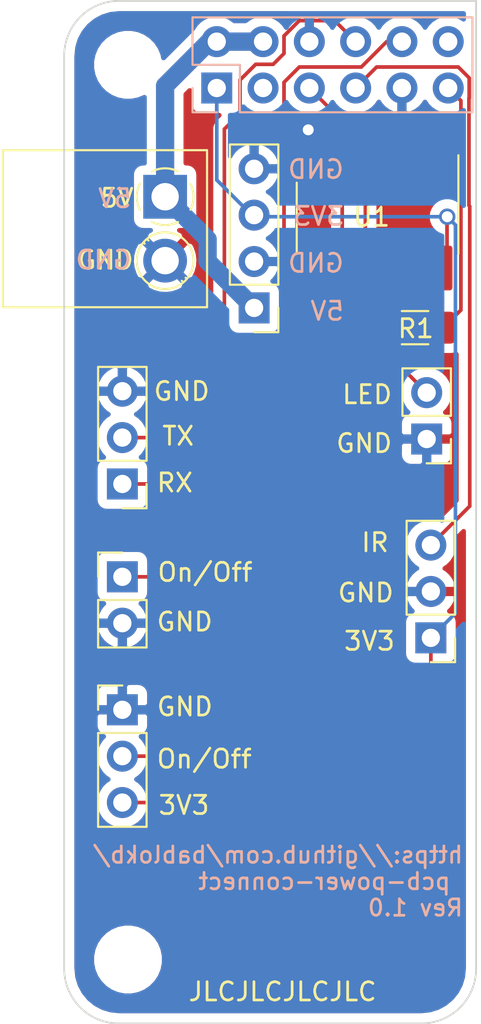
<source format=kicad_pcb>
(kicad_pcb (version 20171130) (host pcbnew 5.1.8-5.1.8)

  (general
    (thickness 1.6)
    (drawings 30)
    (tracks 82)
    (zones 0)
    (modules 12)
    (nets 18)
  )

  (page A3)
  (title_block
    (date "15 nov 2012")
  )

  (layers
    (0 F.Cu signal)
    (31 B.Cu signal)
    (32 B.Adhes user)
    (33 F.Adhes user)
    (34 B.Paste user)
    (35 F.Paste user)
    (36 B.SilkS user)
    (37 F.SilkS user)
    (38 B.Mask user)
    (39 F.Mask user)
    (40 Dwgs.User user)
    (41 Cmts.User user)
    (42 Eco1.User user)
    (43 Eco2.User user)
    (44 Edge.Cuts user)
    (45 Margin user)
    (46 B.CrtYd user)
    (47 F.CrtYd user)
  )

  (setup
    (last_trace_width 0.2)
    (trace_clearance 0.2)
    (zone_clearance 0.508)
    (zone_45_only no)
    (trace_min 0.1524)
    (via_size 0.9)
    (via_drill 0.6)
    (via_min_size 0.8)
    (via_min_drill 0.5)
    (uvia_size 0.5)
    (uvia_drill 0.1)
    (uvias_allowed no)
    (uvia_min_size 0.5)
    (uvia_min_drill 0.1)
    (edge_width 0.1)
    (segment_width 0.1)
    (pcb_text_width 0.15)
    (pcb_text_size 1 1)
    (mod_edge_width 0.15)
    (mod_text_size 1 1)
    (mod_text_width 0.15)
    (pad_size 1.152 1.152)
    (pad_drill 1.152)
    (pad_to_mask_clearance 0)
    (aux_axis_origin 200 150)
    (grid_origin 200 150)
    (visible_elements 7FFFEFFF)
    (pcbplotparams
      (layerselection 0x010f0_ffffffff)
      (usegerberextensions false)
      (usegerberattributes false)
      (usegerberadvancedattributes false)
      (creategerberjobfile false)
      (excludeedgelayer true)
      (linewidth 0.100000)
      (plotframeref false)
      (viasonmask false)
      (mode 1)
      (useauxorigin false)
      (hpglpennumber 1)
      (hpglpenspeed 20)
      (hpglpendiameter 15.000000)
      (psnegative false)
      (psa4output false)
      (plotreference true)
      (plotvalue false)
      (plotinvisibletext false)
      (padsonsilk true)
      (subtractmaskfromsilk false)
      (outputformat 1)
      (mirror false)
      (drillshape 0)
      (scaleselection 1)
      (outputdirectory "../production"))
  )

  (net 0 "")
  (net 1 +3V3)
  (net 2 +5V)
  (net 3 GND)
  (net 4 "/GPIO3(ON_OFF)")
  (net 5 "Net-(P1-Pad3)")
  (net 6 "Net-(U1-Pad4)")
  (net 7 "/GPIO4(IR)")
  (net 8 "Net-(J4-Pad2)")
  (net 9 "Net-(J5-Pad2)")
  (net 10 "/GPIO14(TX)")
  (net 11 "/GPIO15(RX)")
  (net 12 "Net-(P1-Pad12)")
  (net 13 "/GPIO17(LED)")
  (net 14 "Net-(U1-Pad12)")
  (net 15 "Net-(U1-Pad10)")
  (net 16 "Net-(U1-Pad8)")
  (net 17 "Net-(U1-Pad2)")

  (net_class Default "This is the default net class."
    (clearance 0.2)
    (trace_width 0.2)
    (via_dia 0.9)
    (via_drill 0.6)
    (uvia_dia 0.5)
    (uvia_drill 0.1)
    (add_net +3V3)
    (add_net "/GPIO14(TX)")
    (add_net "/GPIO15(RX)")
    (add_net "/GPIO17(LED)")
    (add_net "/GPIO3(ON_OFF)")
    (add_net "/GPIO4(IR)")
    (add_net GND)
    (add_net "Net-(J4-Pad2)")
    (add_net "Net-(J5-Pad2)")
    (add_net "Net-(P1-Pad12)")
    (add_net "Net-(P1-Pad3)")
    (add_net "Net-(U1-Pad10)")
    (add_net "Net-(U1-Pad12)")
    (add_net "Net-(U1-Pad2)")
    (add_net "Net-(U1-Pad4)")
    (add_net "Net-(U1-Pad8)")
  )

  (net_class Power ""
    (clearance 0.2)
    (trace_width 1)
    (via_dia 1)
    (via_drill 0.7)
    (uvia_dia 0.5)
    (uvia_drill 0.1)
    (add_net +5V)
  )

  (module Connector_PinHeader_2.54mm:PinHeader_1x04_P2.54mm_Vertical (layer F.Cu) (tedit 59FED5CC) (tstamp 60BE41EF)
    (at 210.41908 110.81288 180)
    (descr "Through hole straight pin header, 1x04, 2.54mm pitch, single row")
    (tags "Through hole pin header THT 1x04 2.54mm single row")
    (path /60BE5906)
    (fp_text reference J7 (at 0 -2.33) (layer F.SilkS) hide
      (effects (font (size 1 1) (thickness 0.15)))
    )
    (fp_text value Conn_01x04_Power (at 0 9.95) (layer F.Fab)
      (effects (font (size 1 1) (thickness 0.15)))
    )
    (fp_text user %R (at 0 3.81 90) (layer F.Fab)
      (effects (font (size 1 1) (thickness 0.15)))
    )
    (fp_line (start -0.635 -1.27) (end 1.27 -1.27) (layer F.Fab) (width 0.1))
    (fp_line (start 1.27 -1.27) (end 1.27 8.89) (layer F.Fab) (width 0.1))
    (fp_line (start 1.27 8.89) (end -1.27 8.89) (layer F.Fab) (width 0.1))
    (fp_line (start -1.27 8.89) (end -1.27 -0.635) (layer F.Fab) (width 0.1))
    (fp_line (start -1.27 -0.635) (end -0.635 -1.27) (layer F.Fab) (width 0.1))
    (fp_line (start -1.33 8.95) (end 1.33 8.95) (layer F.SilkS) (width 0.12))
    (fp_line (start -1.33 1.27) (end -1.33 8.95) (layer F.SilkS) (width 0.12))
    (fp_line (start 1.33 1.27) (end 1.33 8.95) (layer F.SilkS) (width 0.12))
    (fp_line (start -1.33 1.27) (end 1.33 1.27) (layer F.SilkS) (width 0.12))
    (fp_line (start -1.33 0) (end -1.33 -1.33) (layer F.SilkS) (width 0.12))
    (fp_line (start -1.33 -1.33) (end 0 -1.33) (layer F.SilkS) (width 0.12))
    (fp_line (start -1.8 -1.8) (end -1.8 9.4) (layer F.CrtYd) (width 0.05))
    (fp_line (start -1.8 9.4) (end 1.8 9.4) (layer F.CrtYd) (width 0.05))
    (fp_line (start 1.8 9.4) (end 1.8 -1.8) (layer F.CrtYd) (width 0.05))
    (fp_line (start 1.8 -1.8) (end -1.8 -1.8) (layer F.CrtYd) (width 0.05))
    (pad 4 thru_hole oval (at 0 7.62 180) (size 1.7 1.7) (drill 1) (layers *.Cu *.Mask)
      (net 3 GND))
    (pad 3 thru_hole oval (at 0 5.08 180) (size 1.7 1.7) (drill 1) (layers *.Cu *.Mask)
      (net 1 +3V3))
    (pad 2 thru_hole oval (at 0 2.54 180) (size 1.7 1.7) (drill 1) (layers *.Cu *.Mask)
      (net 3 GND))
    (pad 1 thru_hole rect (at 0 0 180) (size 1.7 1.7) (drill 1) (layers *.Cu *.Mask)
      (net 2 +5V))
    (model ${KISYS3DMOD}/Connector_PinHeader_2.54mm.3dshapes/PinHeader_1x04_P2.54mm_Vertical.wrl
      (at (xyz 0 0 0))
      (scale (xyz 1 1 1))
      (rotate (xyz 0 0 0))
    )
  )

  (module user:TerminalBlock_MetzConnect_Type182_PT11302HBBN_1x02_P3.50mm_Horizontal (layer F.Cu) (tedit 60BDCBC6) (tstamp 60AFE952)
    (at 205.5372 104.7245 270)
    (descr "terminal block Metz Connect Type182_PT11302HBBN, 2 pins, pitch 3.5mm, size 8.6x11.2^2, drill diamater 1.5mm, pad diameter 2.3mm")
    (tags "THT terminal block Metz Connect Type182_PT11302HBBN pitch 3.5mm size 8.6x11.2^2 drill 1.5mm pad 2.3mm")
    (path /60B09A77)
    (fp_text reference J2 (at 1.75 -3.86 90) (layer F.SilkS) hide
      (effects (font (size 1 1) (thickness 0.15)))
    )
    (fp_text value Conn_5V (at 1.57988 10.94232 90) (layer F.Fab)
      (effects (font (size 1 1) (thickness 0.15)))
    )
    (fp_circle (center 0 0) (end 1.375 0) (layer F.Fab) (width 0.1))
    (fp_circle (center 3.5 0) (end 4.875 0) (layer F.Fab) (width 0.1))
    (fp_circle (center 3.5 0) (end 5.055 0) (layer F.SilkS) (width 0.12))
    (fp_line (start -2.55 -2.3) (end 6.05 -2.3) (layer F.SilkS) (width 0.12))
    (fp_line (start -2.55 8.9) (end 6.05 8.9) (layer F.SilkS) (width 0.12))
    (fp_line (start -2.55 -2.3) (end -2.55 8.9) (layer F.SilkS) (width 0.12))
    (fp_line (start 6.05 -2.3) (end 6.05 8.9) (layer F.SilkS) (width 0.12))
    (fp_line (start 1.043 -0.875) (end -0.876 1.043) (layer F.Fab) (width 0.1))
    (fp_line (start 0.876 -1.043) (end -1.043 0.875) (layer F.Fab) (width 0.1))
    (fp_line (start 4.543 -0.875) (end 2.625 1.043) (layer F.Fab) (width 0.1))
    (fp_line (start 4.376 -1.043) (end 2.458 0.875) (layer F.Fab) (width 0.1))
    (fp_line (start 4.68 -0.99) (end 4.604 -0.914) (layer F.SilkS) (width 0.12))
    (fp_line (start 2.565 1.125) (end 2.511 1.18) (layer F.SilkS) (width 0.12))
    (fp_line (start 4.49 -1.18) (end 4.436 -1.126) (layer F.SilkS) (width 0.12))
    (fp_line (start 2.397 0.914) (end 2.321 0.99) (layer F.SilkS) (width 0.12))
    (fp_line (start -2.65938 -2.39522) (end -2.65938 9.03478) (layer F.CrtYd) (width 0.05))
    (fp_line (start -2.6543 9.03478) (end 6.16966 9.03478) (layer F.CrtYd) (width 0.05))
    (fp_line (start 6.16712 9.03224) (end 6.16712 -2.39268) (layer F.CrtYd) (width 0.05))
    (fp_line (start 6.16458 -2.39268) (end -2.65684 -2.39522) (layer F.CrtYd) (width 0.05))
    (fp_text user %R (at -5.1181 0.22606 90) (layer F.Fab)
      (effects (font (size 1 1) (thickness 0.15)))
    )
    (fp_arc (start 0 0) (end -0.707 1.386) (angle -28) (layer F.SilkS) (width 0.12))
    (fp_arc (start 0 0) (end -1.386 -0.707) (angle -54) (layer F.SilkS) (width 0.12))
    (fp_arc (start 0 0) (end 0.707 -1.386) (angle -54) (layer F.SilkS) (width 0.12))
    (fp_arc (start 0 0) (end 1.386 0.707) (angle -54) (layer F.SilkS) (width 0.12))
    (fp_arc (start 0 0) (end 0 1.555) (angle -27) (layer F.SilkS) (width 0.12))
    (pad 2 thru_hole circle (at 3.5 0 270) (size 2.4 2.4) (drill 1.5) (layers *.Cu *.Mask)
      (net 3 GND))
    (pad 1 thru_hole rect (at 0 0 270) (size 2.4 2.4) (drill 1.5) (layers *.Cu *.Mask)
      (net 2 +5V))
    (model ${KISYS3DMOD}/TerminalBlock_MetzConnect.3dshapes/TerminalBlock_MetzConnect_Type059_RT06302HBWC_1x02_P3.50mm_Horizontal.wrl
      (at (xyz 0 0 0))
      (scale (xyz 1 1 1))
      (rotate (xyz 0 0 0))
    )
  )

  (module Connector_PinHeader_2.54mm:PinHeader_1x03_P2.54mm_Vertical (layer F.Cu) (tedit 59FED5CC) (tstamp 60BBC780)
    (at 203.19024 120.45472 180)
    (descr "Through hole straight pin header, 1x03, 2.54mm pitch, single row")
    (tags "Through hole pin header THT 1x03 2.54mm single row")
    (path /60BE5D8B)
    (fp_text reference J6 (at 0.02032 -2.61874) (layer F.SilkS) hide
      (effects (font (size 1 1) (thickness 0.15)))
    )
    (fp_text value Conn_UART (at 0 7.41) (layer F.Fab)
      (effects (font (size 1 1) (thickness 0.15)))
    )
    (fp_line (start -0.635 -1.27) (end 1.27 -1.27) (layer F.Fab) (width 0.1))
    (fp_line (start 1.27 -1.27) (end 1.27 6.35) (layer F.Fab) (width 0.1))
    (fp_line (start 1.27 6.35) (end -1.27 6.35) (layer F.Fab) (width 0.1))
    (fp_line (start -1.27 6.35) (end -1.27 -0.635) (layer F.Fab) (width 0.1))
    (fp_line (start -1.27 -0.635) (end -0.635 -1.27) (layer F.Fab) (width 0.1))
    (fp_line (start -1.33 6.41) (end 1.33 6.41) (layer F.SilkS) (width 0.12))
    (fp_line (start -1.33 1.27) (end -1.33 6.41) (layer F.SilkS) (width 0.12))
    (fp_line (start 1.33 1.27) (end 1.33 6.41) (layer F.SilkS) (width 0.12))
    (fp_line (start -1.33 1.27) (end 1.33 1.27) (layer F.SilkS) (width 0.12))
    (fp_line (start -1.33 0) (end -1.33 -1.33) (layer F.SilkS) (width 0.12))
    (fp_line (start -1.33 -1.33) (end 0 -1.33) (layer F.SilkS) (width 0.12))
    (fp_line (start -1.8 -1.8) (end -1.8 6.85) (layer F.CrtYd) (width 0.05))
    (fp_line (start -1.8 6.85) (end 1.8 6.85) (layer F.CrtYd) (width 0.05))
    (fp_line (start 1.8 6.85) (end 1.8 -1.8) (layer F.CrtYd) (width 0.05))
    (fp_line (start 1.8 -1.8) (end -1.8 -1.8) (layer F.CrtYd) (width 0.05))
    (fp_text user %R (at 0 2.54 90) (layer F.Fab)
      (effects (font (size 1 1) (thickness 0.15)))
    )
    (pad 3 thru_hole oval (at 0 5.08 180) (size 1.7 1.7) (drill 1) (layers *.Cu *.Mask)
      (net 3 GND))
    (pad 2 thru_hole oval (at 0 2.54 180) (size 1.7 1.7) (drill 1) (layers *.Cu *.Mask)
      (net 10 "/GPIO14(TX)"))
    (pad 1 thru_hole rect (at 0 0 180) (size 1.7 1.7) (drill 1) (layers *.Cu *.Mask)
      (net 11 "/GPIO15(RX)"))
    (model ${KISYS3DMOD}/Connector_PinHeader_2.54mm.3dshapes/PinHeader_1x03_P2.54mm_Vertical.wrl
      (at (xyz 0 0 0))
      (scale (xyz 1 1 1))
      (rotate (xyz 0 0 0))
    )
  )

  (module Connector_PinHeader_2.54mm:PinHeader_1x03_P2.54mm_Vertical (layer F.Cu) (tedit 59FED5CC) (tstamp 60BBC6A2)
    (at 220.1168 128.88244 180)
    (descr "Through hole straight pin header, 1x03, 2.54mm pitch, single row")
    (tags "Through hole pin header THT 1x03 2.54mm single row")
    (path /60BCFA7D)
    (fp_text reference J1 (at 0 -2.33) (layer F.SilkS) hide
      (effects (font (size 1 1) (thickness 0.15)))
    )
    (fp_text value Conn_IR (at 0 7.41) (layer F.Fab)
      (effects (font (size 1 1) (thickness 0.15)))
    )
    (fp_line (start -0.635 -1.27) (end 1.27 -1.27) (layer F.Fab) (width 0.1))
    (fp_line (start 1.27 -1.27) (end 1.27 6.35) (layer F.Fab) (width 0.1))
    (fp_line (start 1.27 6.35) (end -1.27 6.35) (layer F.Fab) (width 0.1))
    (fp_line (start -1.27 6.35) (end -1.27 -0.635) (layer F.Fab) (width 0.1))
    (fp_line (start -1.27 -0.635) (end -0.635 -1.27) (layer F.Fab) (width 0.1))
    (fp_line (start -1.33 6.41) (end 1.33 6.41) (layer F.SilkS) (width 0.12))
    (fp_line (start -1.33 1.27) (end -1.33 6.41) (layer F.SilkS) (width 0.12))
    (fp_line (start 1.33 1.27) (end 1.33 6.41) (layer F.SilkS) (width 0.12))
    (fp_line (start -1.33 1.27) (end 1.33 1.27) (layer F.SilkS) (width 0.12))
    (fp_line (start -1.33 0) (end -1.33 -1.33) (layer F.SilkS) (width 0.12))
    (fp_line (start -1.33 -1.33) (end 0 -1.33) (layer F.SilkS) (width 0.12))
    (fp_line (start -1.8 -1.8) (end -1.8 6.85) (layer F.CrtYd) (width 0.05))
    (fp_line (start -1.8 6.85) (end 1.8 6.85) (layer F.CrtYd) (width 0.05))
    (fp_line (start 1.8 6.85) (end 1.8 -1.8) (layer F.CrtYd) (width 0.05))
    (fp_line (start 1.8 -1.8) (end -1.8 -1.8) (layer F.CrtYd) (width 0.05))
    (fp_text user %R (at 0 2.54 90) (layer F.Fab)
      (effects (font (size 1 1) (thickness 0.15)))
    )
    (pad 3 thru_hole oval (at 0 5.08 180) (size 1.7 1.7) (drill 1) (layers *.Cu *.Mask)
      (net 7 "/GPIO4(IR)"))
    (pad 2 thru_hole oval (at 0 2.54 180) (size 1.7 1.7) (drill 1) (layers *.Cu *.Mask)
      (net 3 GND))
    (pad 1 thru_hole rect (at 0 0 180) (size 1.7 1.7) (drill 1) (layers *.Cu *.Mask)
      (net 1 +3V3))
    (model ${KISYS3DMOD}/Connector_PinHeader_2.54mm.3dshapes/PinHeader_1x03_P2.54mm_Vertical.wrl
      (at (xyz 0 0 0))
      (scale (xyz 1 1 1))
      (rotate (xyz 0 0 0))
    )
  )

  (module Connector_PinHeader_2.54mm:PinHeader_1x03_P2.54mm_Vertical (layer F.Cu) (tedit 59FED5CC) (tstamp 60BBDFA9)
    (at 203.19024 132.82198)
    (descr "Through hole straight pin header, 1x03, 2.54mm pitch, single row")
    (tags "Through hole pin header THT 1x03 2.54mm single row")
    (path /60BDB122)
    (fp_text reference J5 (at 0 -2.33) (layer F.SilkS) hide
      (effects (font (size 1 1) (thickness 0.15)))
    )
    (fp_text value Conn_Touch (at 0 7.41) (layer F.Fab)
      (effects (font (size 1 1) (thickness 0.15)))
    )
    (fp_line (start -0.635 -1.27) (end 1.27 -1.27) (layer F.Fab) (width 0.1))
    (fp_line (start 1.27 -1.27) (end 1.27 6.35) (layer F.Fab) (width 0.1))
    (fp_line (start 1.27 6.35) (end -1.27 6.35) (layer F.Fab) (width 0.1))
    (fp_line (start -1.27 6.35) (end -1.27 -0.635) (layer F.Fab) (width 0.1))
    (fp_line (start -1.27 -0.635) (end -0.635 -1.27) (layer F.Fab) (width 0.1))
    (fp_line (start -1.33 6.41) (end 1.33 6.41) (layer F.SilkS) (width 0.12))
    (fp_line (start -1.33 1.27) (end -1.33 6.41) (layer F.SilkS) (width 0.12))
    (fp_line (start 1.33 1.27) (end 1.33 6.41) (layer F.SilkS) (width 0.12))
    (fp_line (start -1.33 1.27) (end 1.33 1.27) (layer F.SilkS) (width 0.12))
    (fp_line (start -1.33 0) (end -1.33 -1.33) (layer F.SilkS) (width 0.12))
    (fp_line (start -1.33 -1.33) (end 0 -1.33) (layer F.SilkS) (width 0.12))
    (fp_line (start -1.8 -1.8) (end -1.8 6.85) (layer F.CrtYd) (width 0.05))
    (fp_line (start -1.8 6.85) (end 1.8 6.85) (layer F.CrtYd) (width 0.05))
    (fp_line (start 1.8 6.85) (end 1.8 -1.8) (layer F.CrtYd) (width 0.05))
    (fp_line (start 1.8 -1.8) (end -1.8 -1.8) (layer F.CrtYd) (width 0.05))
    (fp_text user %R (at 0 2.54 90) (layer F.Fab)
      (effects (font (size 1 1) (thickness 0.15)))
    )
    (pad 3 thru_hole oval (at 0 5.08) (size 1.7 1.7) (drill 1) (layers *.Cu *.Mask)
      (net 1 +3V3))
    (pad 2 thru_hole oval (at 0 2.54) (size 1.7 1.7) (drill 1) (layers *.Cu *.Mask)
      (net 9 "Net-(J5-Pad2)"))
    (pad 1 thru_hole rect (at 0 0) (size 1.7 1.7) (drill 1) (layers *.Cu *.Mask)
      (net 3 GND))
    (model ${KISYS3DMOD}/Connector_PinHeader_2.54mm.3dshapes/PinHeader_1x03_P2.54mm_Vertical.wrl
      (at (xyz 0 0 0))
      (scale (xyz 1 1 1))
      (rotate (xyz 0 0 0))
    )
  )

  (module Connector_PinHeader_2.54mm:PinHeader_1x02_P2.54mm_Vertical (layer F.Cu) (tedit 59FED5CC) (tstamp 60BBD84C)
    (at 219.8882 117.99346 180)
    (descr "Through hole straight pin header, 1x02, 2.54mm pitch, single row")
    (tags "Through hole pin header THT 1x02 2.54mm single row")
    (path /60B09A7D)
    (fp_text reference J4 (at 0 -2.33) (layer F.SilkS) hide
      (effects (font (size 1 1) (thickness 0.15)))
    )
    (fp_text value Conn_LED (at 0 4.87) (layer F.Fab)
      (effects (font (size 1 1) (thickness 0.15)))
    )
    (fp_line (start -0.635 -1.27) (end 1.27 -1.27) (layer F.Fab) (width 0.1))
    (fp_line (start 1.27 -1.27) (end 1.27 3.81) (layer F.Fab) (width 0.1))
    (fp_line (start 1.27 3.81) (end -1.27 3.81) (layer F.Fab) (width 0.1))
    (fp_line (start -1.27 3.81) (end -1.27 -0.635) (layer F.Fab) (width 0.1))
    (fp_line (start -1.27 -0.635) (end -0.635 -1.27) (layer F.Fab) (width 0.1))
    (fp_line (start -1.33 3.87) (end 1.33 3.87) (layer F.SilkS) (width 0.12))
    (fp_line (start -1.33 1.27) (end -1.33 3.87) (layer F.SilkS) (width 0.12))
    (fp_line (start 1.33 1.27) (end 1.33 3.87) (layer F.SilkS) (width 0.12))
    (fp_line (start -1.33 1.27) (end 1.33 1.27) (layer F.SilkS) (width 0.12))
    (fp_line (start -1.33 0) (end -1.33 -1.33) (layer F.SilkS) (width 0.12))
    (fp_line (start -1.33 -1.33) (end 0 -1.33) (layer F.SilkS) (width 0.12))
    (fp_line (start -1.8 -1.8) (end -1.8 4.35) (layer F.CrtYd) (width 0.05))
    (fp_line (start -1.8 4.35) (end 1.8 4.35) (layer F.CrtYd) (width 0.05))
    (fp_line (start 1.8 4.35) (end 1.8 -1.8) (layer F.CrtYd) (width 0.05))
    (fp_line (start 1.8 -1.8) (end -1.8 -1.8) (layer F.CrtYd) (width 0.05))
    (fp_text user %R (at 0 1.27 90) (layer F.Fab)
      (effects (font (size 1 1) (thickness 0.15)))
    )
    (pad 2 thru_hole oval (at 0 2.54 180) (size 1.7 1.7) (drill 1) (layers *.Cu *.Mask)
      (net 8 "Net-(J4-Pad2)"))
    (pad 1 thru_hole rect (at 0 0 180) (size 1.7 1.7) (drill 1) (layers *.Cu *.Mask)
      (net 3 GND))
    (model ${KISYS3DMOD}/Connector_PinHeader_2.54mm.3dshapes/PinHeader_1x02_P2.54mm_Vertical.wrl
      (at (xyz 0 0 0))
      (scale (xyz 1 1 1))
      (rotate (xyz 0 0 0))
    )
  )

  (module user:SO-14_3.9x8.65mm_P1.27mm_HandSolder (layer F.Cu) (tedit 5F7C5950) (tstamp 60BBC809)
    (at 217.19326 105.90306 270)
    (descr "SO, 14 Pin (https://www.st.com/resource/en/datasheet/l6491.pdf), generated with kicad-footprint-generator ipc_gullwing_generator.py")
    (tags "SO SO")
    (path /60BE90F7)
    (attr smd)
    (fp_text reference U1 (at -0.06604 0.3302 180) (layer F.SilkS)
      (effects (font (size 1 1) (thickness 0.15)))
    )
    (fp_text value SN74HC05N (at 0 5.28 90) (layer F.Fab)
      (effects (font (size 1 1) (thickness 0.15)))
    )
    (fp_line (start 4.2 -4.58) (end -4.2 -4.58) (layer F.CrtYd) (width 0.05))
    (fp_line (start 4.2 4.58) (end 4.2 -4.58) (layer F.CrtYd) (width 0.05))
    (fp_line (start -4.2 4.58) (end 4.2 4.58) (layer F.CrtYd) (width 0.05))
    (fp_line (start -4.2 -4.58) (end -4.2 4.58) (layer F.CrtYd) (width 0.05))
    (fp_line (start -1.95 -3.35) (end -0.975 -4.325) (layer F.Fab) (width 0.1))
    (fp_line (start -1.95 4.325) (end -1.95 -3.35) (layer F.Fab) (width 0.1))
    (fp_line (start 1.95 4.325) (end -1.95 4.325) (layer F.Fab) (width 0.1))
    (fp_line (start 1.95 -4.325) (end 1.95 4.325) (layer F.Fab) (width 0.1))
    (fp_line (start -0.975 -4.325) (end 1.95 -4.325) (layer F.Fab) (width 0.1))
    (fp_line (start 0 -4.435) (end -3.45 -4.435) (layer F.SilkS) (width 0.12))
    (fp_line (start 0 -4.435) (end 1.95 -4.435) (layer F.SilkS) (width 0.12))
    (fp_line (start 0 4.435) (end -1.95 4.435) (layer F.SilkS) (width 0.12))
    (fp_line (start 0 4.435) (end 1.95 4.435) (layer F.SilkS) (width 0.12))
    (fp_text user %R (at 0 0 90) (layer F.Fab)
      (effects (font (size 0.98 0.98) (thickness 0.15)))
    )
    (pad 14 smd roundrect (at 2.725 -3.81 270) (size 2.45 0.6) (layers F.Cu F.Paste F.Mask) (roundrect_rratio 0.25)
      (net 1 +3V3))
    (pad 13 smd roundrect (at 2.725 -2.54 270) (size 2.45 0.6) (layers F.Cu F.Paste F.Mask) (roundrect_rratio 0.25)
      (net 3 GND))
    (pad 12 smd roundrect (at 2.725 -1.27 270) (size 2.45 0.6) (layers F.Cu F.Paste F.Mask) (roundrect_rratio 0.25)
      (net 14 "Net-(U1-Pad12)"))
    (pad 11 smd roundrect (at 2.725 0 270) (size 2.45 0.6) (layers F.Cu F.Paste F.Mask) (roundrect_rratio 0.25)
      (net 3 GND))
    (pad 10 smd roundrect (at 2.725 1.27 270) (size 2.45 0.6) (layers F.Cu F.Paste F.Mask) (roundrect_rratio 0.25)
      (net 15 "Net-(U1-Pad10)"))
    (pad 9 smd roundrect (at 2.725 2.54 270) (size 2.45 0.6) (layers F.Cu F.Paste F.Mask) (roundrect_rratio 0.25)
      (net 3 GND))
    (pad 8 smd roundrect (at 2.725 3.81 270) (size 2.45 0.6) (layers F.Cu F.Paste F.Mask) (roundrect_rratio 0.25)
      (net 16 "Net-(U1-Pad8)"))
    (pad 7 smd roundrect (at -2.725 3.81 270) (size 2.45 0.6) (layers F.Cu F.Paste F.Mask) (roundrect_rratio 0.25)
      (net 3 GND))
    (pad 6 smd roundrect (at -2.725 2.54 270) (size 2.45 0.6) (layers F.Cu F.Paste F.Mask) (roundrect_rratio 0.25)
      (net 4 "/GPIO3(ON_OFF)"))
    (pad 5 smd roundrect (at -2.725 1.27 270) (size 2.45 0.6) (layers F.Cu F.Paste F.Mask) (roundrect_rratio 0.25)
      (net 9 "Net-(J5-Pad2)"))
    (pad 4 smd roundrect (at -2.725 0 270) (size 2.45 0.6) (layers F.Cu F.Paste F.Mask) (roundrect_rratio 0.25)
      (net 6 "Net-(U1-Pad4)"))
    (pad 3 smd roundrect (at -2.725 -1.27 270) (size 2.45 0.6) (layers F.Cu F.Paste F.Mask) (roundrect_rratio 0.25)
      (net 3 GND))
    (pad 2 smd roundrect (at -2.725 -2.54 270) (size 2.45 0.6) (layers F.Cu F.Paste F.Mask) (roundrect_rratio 0.25)
      (net 17 "Net-(U1-Pad2)"))
    (pad 1 smd roundrect (at -2.725 -3.81 270) (size 2.45 0.6) (layers F.Cu F.Paste F.Mask) (roundrect_rratio 0.25)
      (net 3 GND))
    (model ${KISYS3DMOD}/Package_SO.3dshapes/SO-14_3.9x8.65mm_P1.27mm.wrl
      (at (xyz 0 0 0))
      (scale (xyz 1 1 1))
      (rotate (xyz 0 0 0))
    )
  )

  (module Resistor_SMD:R_1206_3216Metric_Pad1.30x1.75mm_HandSolder (layer F.Cu) (tedit 5F68FEEE) (tstamp 60AFEA5B)
    (at 219.25066 111.89492 180)
    (descr "Resistor SMD 1206 (3216 Metric), square (rectangular) end terminal, IPC_7351 nominal with elongated pad for handsoldering. (Body size source: IPC-SM-782 page 72, https://www.pcb-3d.com/wordpress/wp-content/uploads/ipc-sm-782a_amendment_1_and_2.pdf), generated with kicad-footprint-generator")
    (tags "resistor handsolder")
    (path /60B09A9B)
    (attr smd)
    (fp_text reference R1 (at -0.04064 -0.0508) (layer F.SilkS)
      (effects (font (size 1 1) (thickness 0.15)))
    )
    (fp_text value 820 (at 0 1.82) (layer F.Fab)
      (effects (font (size 1 1) (thickness 0.15)))
    )
    (fp_line (start -1.6 0.8) (end -1.6 -0.8) (layer F.Fab) (width 0.1))
    (fp_line (start -1.6 -0.8) (end 1.6 -0.8) (layer F.Fab) (width 0.1))
    (fp_line (start 1.6 -0.8) (end 1.6 0.8) (layer F.Fab) (width 0.1))
    (fp_line (start 1.6 0.8) (end -1.6 0.8) (layer F.Fab) (width 0.1))
    (fp_line (start -0.727064 -0.91) (end 0.727064 -0.91) (layer F.SilkS) (width 0.12))
    (fp_line (start -0.727064 0.91) (end 0.727064 0.91) (layer F.SilkS) (width 0.12))
    (fp_line (start -2.45 1.12) (end -2.45 -1.12) (layer F.CrtYd) (width 0.05))
    (fp_line (start -2.45 -1.12) (end 2.45 -1.12) (layer F.CrtYd) (width 0.05))
    (fp_line (start 2.45 -1.12) (end 2.45 1.12) (layer F.CrtYd) (width 0.05))
    (fp_line (start 2.45 1.12) (end -2.45 1.12) (layer F.CrtYd) (width 0.05))
    (fp_text user %R (at 0 0) (layer F.Fab)
      (effects (font (size 0.8 0.8) (thickness 0.12)))
    )
    (pad 2 smd roundrect (at 1.55 0 180) (size 1.3 1.75) (layers F.Cu F.Paste F.Mask) (roundrect_rratio 0.1923076923076923)
      (net 8 "Net-(J4-Pad2)"))
    (pad 1 smd roundrect (at -1.55 0 180) (size 1.3 1.75) (layers F.Cu F.Paste F.Mask) (roundrect_rratio 0.1923076923076923)
      (net 13 "/GPIO17(LED)"))
    (model ${KISYS3DMOD}/Resistor_SMD.3dshapes/R_1206_3216Metric.wrl
      (at (xyz 0 0 0))
      (scale (xyz 1 1 1))
      (rotate (xyz 0 0 0))
    )
  )

  (module Connector_PinSocket_2.54mm:PinSocket_2x06_P2.54mm_Vertical (layer B.Cu) (tedit 5A19A42B) (tstamp 5A793E9F)
    (at 208.37 98.77 270)
    (descr "Through hole straight socket strip, 2x06, 2.54mm pitch, double cols (from Kicad 4.0.7), script generated")
    (tags "Through hole socket strip THT 2x06 2.54mm double row")
    (path /59AD464A)
    (fp_text reference P1 (at -1.27 2.77 90) (layer B.SilkS) hide
      (effects (font (size 1 1) (thickness 0.15)) (justify mirror))
    )
    (fp_text value Conn_Pi (at -1.27 -15.47 90) (layer B.Fab)
      (effects (font (size 1 1) (thickness 0.15)) (justify mirror))
    )
    (fp_line (start -3.81 1.27) (end 0.27 1.27) (layer B.Fab) (width 0.1))
    (fp_line (start 0.27 1.27) (end 1.27 0.27) (layer B.Fab) (width 0.1))
    (fp_line (start 1.27 0.27) (end 1.27 -13.97) (layer B.Fab) (width 0.1))
    (fp_line (start 1.27 -13.97) (end -3.81 -13.97) (layer B.Fab) (width 0.1))
    (fp_line (start -3.81 -13.97) (end -3.81 1.27) (layer B.Fab) (width 0.1))
    (fp_line (start -3.87 1.33) (end -1.27 1.33) (layer B.SilkS) (width 0.12))
    (fp_line (start -3.87 1.33) (end -3.87 -14.03) (layer B.SilkS) (width 0.12))
    (fp_line (start -3.87 -14.03) (end 1.33 -14.03) (layer B.SilkS) (width 0.12))
    (fp_line (start 1.33 -1.27) (end 1.33 -14.03) (layer B.SilkS) (width 0.12))
    (fp_line (start -1.27 -1.27) (end 1.33 -1.27) (layer B.SilkS) (width 0.12))
    (fp_line (start -1.27 1.33) (end -1.27 -1.27) (layer B.SilkS) (width 0.12))
    (fp_line (start 1.33 1.33) (end 1.33 0) (layer B.SilkS) (width 0.12))
    (fp_line (start 0 1.33) (end 1.33 1.33) (layer B.SilkS) (width 0.12))
    (fp_line (start -4.34 1.8) (end 1.76 1.8) (layer B.CrtYd) (width 0.05))
    (fp_line (start 1.76 1.8) (end 1.76 -14.45) (layer B.CrtYd) (width 0.05))
    (fp_line (start 1.76 -14.45) (end -4.34 -14.45) (layer B.CrtYd) (width 0.05))
    (fp_line (start -4.34 -14.45) (end -4.34 1.8) (layer B.CrtYd) (width 0.05))
    (fp_text user %R (at -1.27 -6.35 180) (layer B.Fab)
      (effects (font (size 1 1) (thickness 0.15)) (justify mirror))
    )
    (pad 12 thru_hole oval (at -2.54 -12.7 270) (size 1.7 1.7) (drill 1) (layers *.Cu *.Mask)
      (net 12 "Net-(P1-Pad12)"))
    (pad 11 thru_hole oval (at 0 -12.7 270) (size 1.7 1.7) (drill 1) (layers *.Cu *.Mask)
      (net 13 "/GPIO17(LED)"))
    (pad 10 thru_hole oval (at -2.54 -10.16 270) (size 1.7 1.7) (drill 1) (layers *.Cu *.Mask)
      (net 11 "/GPIO15(RX)"))
    (pad 9 thru_hole oval (at 0 -10.16 270) (size 1.7 1.7) (drill 1) (layers *.Cu *.Mask)
      (net 3 GND))
    (pad 8 thru_hole oval (at -2.54 -7.62 270) (size 1.7 1.7) (drill 1) (layers *.Cu *.Mask)
      (net 10 "/GPIO14(TX)"))
    (pad 7 thru_hole oval (at 0 -7.62 270) (size 1.7 1.7) (drill 1) (layers *.Cu *.Mask)
      (net 7 "/GPIO4(IR)"))
    (pad 6 thru_hole oval (at -2.54 -5.08 270) (size 1.7 1.7) (drill 1) (layers *.Cu *.Mask)
      (net 3 GND))
    (pad 5 thru_hole oval (at 0 -5.08 270) (size 1.7 1.7) (drill 1) (layers *.Cu *.Mask)
      (net 4 "/GPIO3(ON_OFF)"))
    (pad 4 thru_hole oval (at -2.54 -2.54 270) (size 1.7 1.7) (drill 1) (layers *.Cu *.Mask)
      (net 2 +5V))
    (pad 3 thru_hole oval (at 0 -2.54 270) (size 1.7 1.7) (drill 1) (layers *.Cu *.Mask)
      (net 5 "Net-(P1-Pad3)"))
    (pad 2 thru_hole oval (at -2.54 0 270) (size 1.7 1.7) (drill 1) (layers *.Cu *.Mask)
      (net 2 +5V))
    (pad 1 thru_hole rect (at 0 0 270) (size 1.7 1.7) (drill 1) (layers *.Cu *.Mask)
      (net 1 +3V3))
    (model ${KISYS3DMOD}/Connector_PinSocket_2.54mm.3dshapes/PinSocket_2x06_P2.54mm_Vertical.wrl
      (at (xyz 0 0 0))
      (scale (xyz 1 1 1))
      (rotate (xyz 0 0 0))
    )
  )

  (module Connector_PinHeader_2.54mm:PinHeader_1x02_P2.54mm_Vertical (layer F.Cu) (tedit 59FED5CC) (tstamp 60AFE97C)
    (at 203.19024 125.5398)
    (descr "Through hole straight pin header, 1x02, 2.54mm pitch, single row")
    (tags "Through hole pin header THT 1x02 2.54mm single row")
    (path /60B4D62A)
    (fp_text reference J3 (at -0.13462 -12.25804) (layer F.SilkS) hide
      (effects (font (size 1 1) (thickness 0.15)))
    )
    (fp_text value Conn_ON_OFF (at 0 4.87) (layer F.Fab)
      (effects (font (size 1 1) (thickness 0.15)))
    )
    (fp_line (start -0.635 -1.27) (end 1.27 -1.27) (layer F.Fab) (width 0.1))
    (fp_line (start 1.27 -1.27) (end 1.27 3.81) (layer F.Fab) (width 0.1))
    (fp_line (start 1.27 3.81) (end -1.27 3.81) (layer F.Fab) (width 0.1))
    (fp_line (start -1.27 3.81) (end -1.27 -0.635) (layer F.Fab) (width 0.1))
    (fp_line (start -1.27 -0.635) (end -0.635 -1.27) (layer F.Fab) (width 0.1))
    (fp_line (start -1.33 3.87) (end 1.33 3.87) (layer F.SilkS) (width 0.12))
    (fp_line (start -1.33 1.27) (end -1.33 3.87) (layer F.SilkS) (width 0.12))
    (fp_line (start 1.33 1.27) (end 1.33 3.87) (layer F.SilkS) (width 0.12))
    (fp_line (start -1.33 1.27) (end 1.33 1.27) (layer F.SilkS) (width 0.12))
    (fp_line (start -1.33 0) (end -1.33 -1.33) (layer F.SilkS) (width 0.12))
    (fp_line (start -1.33 -1.33) (end 0 -1.33) (layer F.SilkS) (width 0.12))
    (fp_line (start -1.8 -1.8) (end -1.8 4.35) (layer F.CrtYd) (width 0.05))
    (fp_line (start -1.8 4.35) (end 1.8 4.35) (layer F.CrtYd) (width 0.05))
    (fp_line (start 1.8 4.35) (end 1.8 -1.8) (layer F.CrtYd) (width 0.05))
    (fp_line (start 1.8 -1.8) (end -1.8 -1.8) (layer F.CrtYd) (width 0.05))
    (fp_text user %R (at 0 1.27 90) (layer F.Fab)
      (effects (font (size 1 1) (thickness 0.15)))
    )
    (pad 2 thru_hole oval (at 0 2.54) (size 1.7 1.7) (drill 1) (layers *.Cu *.Mask)
      (net 3 GND))
    (pad 1 thru_hole rect (at 0 0) (size 1.7 1.7) (drill 1) (layers *.Cu *.Mask)
      (net 4 "/GPIO3(ON_OFF)"))
    (model ${KISYS3DMOD}/Connector_PinHeader_2.54mm.3dshapes/PinHeader_1x02_P2.54mm_Vertical.wrl
      (at (xyz 0 0 0))
      (scale (xyz 1 1 1))
      (rotate (xyz 0 0 0))
    )
  )

  (module MountingHole:MountingHole_2.7mm_M2.5 (layer F.Cu) (tedit 56D1B4CB) (tstamp 60B0F08A)
    (at 203.5 146.5)
    (descr "Mounting Hole 2.7mm, no annular, M2.5")
    (tags "mounting hole 2.7mm no annular m2.5")
    (path /60B26082)
    (attr virtual)
    (fp_text reference MK2 (at 0 -3.7) (layer F.SilkS) hide
      (effects (font (size 1 1) (thickness 0.15)))
    )
    (fp_text value M2.5 (at 0 3.7) (layer F.Fab)
      (effects (font (size 1 1) (thickness 0.15)))
    )
    (fp_circle (center 0 0) (end 2.95 0) (layer F.CrtYd) (width 0.05))
    (fp_circle (center 0 0) (end 2.7 0) (layer Cmts.User) (width 0.15))
    (fp_text user %R (at 0.3 0) (layer F.Fab)
      (effects (font (size 1 1) (thickness 0.15)))
    )
    (pad 1 np_thru_hole circle (at 0 0) (size 2.7 2.7) (drill 2.7) (layers *.Cu *.Mask))
  )

  (module MountingHole:MountingHole_2.7mm_M2.5 (layer F.Cu) (tedit 56D1B4CB) (tstamp 5A793E83)
    (at 203.5 97.5 180)
    (descr "Mounting Hole 2.7mm, no annular, M2.5")
    (tags "mounting hole 2.7mm no annular m2.5")
    (path /5834FB2E)
    (attr virtual)
    (fp_text reference MK1 (at 0 -3.7 180) (layer F.SilkS) hide
      (effects (font (size 1 1) (thickness 0.15)))
    )
    (fp_text value M2.5 (at 0 3.7 180) (layer F.Fab)
      (effects (font (size 1 1) (thickness 0.15)))
    )
    (fp_circle (center 0 0) (end 2.95 0) (layer F.CrtYd) (width 0.05))
    (fp_circle (center 0 0) (end 2.7 0) (layer Cmts.User) (width 0.15))
    (fp_text user %R (at 0.3 0 180) (layer F.Fab)
      (effects (font (size 1 1) (thickness 0.15)))
    )
    (pad 1 np_thru_hole circle (at 0 0 180) (size 2.7 2.7) (drill 2.7) (layers *.Cu *.Mask))
  )

  (gr_text 5V (at 202.892348 104.8007) (layer F.SilkS) (tstamp 60BE44E4)
    (effects (font (size 1 1) (thickness 0.15)))
  )
  (gr_text GND (at 202.2733 108.19414) (layer F.SilkS) (tstamp 60BE44C3)
    (effects (font (size 1 1) (thickness 0.15)))
  )
  (gr_text 3V3 (at 213.95222 105.7913) (layer B.SilkS) (tstamp 60BE441C)
    (effects (font (size 1 1) (thickness 0.15)) (justify mirror))
  )
  (gr_text GND (at 213.809363 103.2259) (layer B.SilkS) (tstamp 60BE4418)
    (effects (font (size 1 1) (thickness 0.15)) (justify mirror))
  )
  (gr_text GND (at 213.809363 108.36178) (layer B.SilkS) (tstamp 60BE4418)
    (effects (font (size 1 1) (thickness 0.15)) (justify mirror))
  )
  (gr_text 5V (at 214.428411 110.98814) (layer B.SilkS) (tstamp 60BE4415)
    (effects (font (size 1 1) (thickness 0.15)) (justify mirror))
  )
  (gr_text GND (at 202.15646 108.18398) (layer B.SilkS) (tstamp 60BBED7C)
    (effects (font (size 1 1) (thickness 0.15)) (justify mirror))
  )
  (gr_text 5V (at 202.775508 104.82356) (layer B.SilkS) (tstamp 60BBED7B)
    (effects (font (size 1 1) (thickness 0.15)) (justify mirror))
  )
  (gr_text GND (at 206.44652 115.38234) (layer F.SilkS) (tstamp 60BBED74)
    (effects (font (size 1 1) (thickness 0.15)))
  )
  (gr_text TX (at 206.25348 117.8309) (layer F.SilkS) (tstamp 60BBDA89)
    (effects (font (size 1 1) (thickness 0.15)))
  )
  (gr_text RX (at 206.06806 120.39122) (layer F.SilkS) (tstamp 60BBDA7C)
    (effects (font (size 1 1) (thickness 0.15)))
  )
  (gr_text On/Off (at 207.68604 135.51438) (layer F.SilkS) (tstamp 60BBDA7C)
    (effects (font (size 1 1) (thickness 0.15)))
  )
  (gr_text 3V3 (at 206.57098 138.0493) (layer F.SilkS) (tstamp 60BBDA79)
    (effects (font (size 1 1) (thickness 0.15)))
  )
  (gr_text GND (at 206.61924 132.65434) (layer F.SilkS) (tstamp 60BBDA75)
    (effects (font (size 1 1) (thickness 0.15)))
  )
  (gr_text GND (at 206.61162 128.00614) (layer F.SilkS) (tstamp 60BBDA75)
    (effects (font (size 1 1) (thickness 0.15)))
  )
  (gr_text IR (at 217.0561 123.66274) (layer F.SilkS) (tstamp 60BBDA67)
    (effects (font (size 1 1) (thickness 0.15)))
  )
  (gr_text 3V3 (at 216.74876 129.06024) (layer F.SilkS) (tstamp 60BBDA67)
    (effects (font (size 1 1) (thickness 0.15)))
  )
  (gr_text GND (at 216.54556 126.4161) (layer F.SilkS) (tstamp 60BBDA64)
    (effects (font (size 1 1) (thickness 0.15)))
  )
  (gr_text JLCJLCJLCJLC (at 211.98118 148.2601) (layer F.SilkS) (tstamp 60BBDB57)
    (effects (font (size 1 1) (thickness 0.15)))
  )
  (gr_text On/Off (at 207.72922 125.29088) (layer F.SilkS)
    (effects (font (size 1 1) (thickness 0.15)))
  )
  (gr_text "https://github.com/bablokb/\n pcb-power-connect\nRev 1.0" (at 221.9583 142.21744) (layer B.SilkS) (tstamp 60BBDA86)
    (effects (font (size 0.9 0.9) (thickness 0.15)) (justify left mirror))
  )
  (gr_text LED (at 216.62176 115.5576) (layer F.SilkS)
    (effects (font (size 1 1) (thickness 0.15)))
  )
  (gr_text GND (at 216.45666 118.22968) (layer F.SilkS)
    (effects (font (size 1 1) (thickness 0.15)))
  )
  (gr_line (start 200 97) (end 200 147) (layer Edge.Cuts) (width 0.1))
  (gr_arc (start 219.6 147) (end 222.6 147) (angle 90) (layer Edge.Cuts) (width 0.1))
  (gr_arc (start 203 147) (end 203 150) (angle 90) (layer Edge.Cuts) (width 0.1))
  (gr_arc (start 203 97) (end 200 97) (angle 90) (layer Edge.Cuts) (width 0.1))
  (gr_line (start 222.6 94) (end 203 94) (layer Edge.Cuts) (width 0.1))
  (gr_line (start 222.6 147) (end 222.6 94) (layer Edge.Cuts) (width 0.1))
  (gr_line (start 203 150) (end 219.6 150) (layer Edge.Cuts) (width 0.1))

  (segment (start 208.3439 98.7961) (end 208.37 98.77) (width 0.2) (layer B.Cu) (net 1) (status 30))
  (segment (start 220.1168 128.88244) (end 220.1168 132.12602) (width 0.2) (layer F.Cu) (net 1) (status 10))
  (segment (start 214.34084 137.90198) (end 203.19024 137.90198) (width 0.2) (layer F.Cu) (net 1) (status 20))
  (segment (start 220.1168 132.12602) (end 214.34084 137.90198) (width 0.2) (layer F.Cu) (net 1))
  (segment (start 221.465249 127.533991) (end 221.465249 106.269248) (width 0.2) (layer B.Cu) (net 1))
  (segment (start 210.383529 105.819249) (end 221.01525 105.819249) (width 0.2) (layer B.Cu) (net 1))
  (segment (start 220.1168 128.88244) (end 221.465249 127.533991) (width 0.2) (layer B.Cu) (net 1) (status 10))
  (segment (start 208.37 103.80572) (end 210.383529 105.819249) (width 0.2) (layer B.Cu) (net 1))
  (segment (start 221.00326 105.831239) (end 221.01525 105.819249) (width 0.2) (layer F.Cu) (net 1))
  (via (at 221.01525 105.819249) (size 0.9) (drill 0.6) (layers F.Cu B.Cu) (net 1))
  (segment (start 221.00326 108.62806) (end 221.00326 105.831239) (width 0.2) (layer F.Cu) (net 1) (status 10))
  (segment (start 221.465249 106.269248) (end 221.01525 105.819249) (width 0.2) (layer B.Cu) (net 1))
  (segment (start 208.37 98.77) (end 208.37 103.80572) (width 0.2) (layer B.Cu) (net 1) (status 10))
  (segment (start 205.5372 98.642798) (end 205.5372 104.7245) (width 1) (layer F.Cu) (net 2) (status 20))
  (segment (start 207.949998 96.23) (end 205.5372 98.642798) (width 1) (layer F.Cu) (net 2) (status 10))
  (segment (start 208.37 96.23) (end 207.949998 96.23) (width 1) (layer F.Cu) (net 2) (status 30))
  (segment (start 210.91 96.23) (end 208.37 96.23) (width 1) (layer F.Cu) (net 2) (status 30))
  (segment (start 205.5372 98.642798) (end 205.5372 104.7245) (width 1) (layer B.Cu) (net 2) (status 20))
  (segment (start 207.949998 96.23) (end 205.5372 98.642798) (width 1) (layer B.Cu) (net 2) (status 10))
  (segment (start 210.91 96.23) (end 207.949998 96.23) (width 1) (layer B.Cu) (net 2) (status 30))
  (segment (start 207.86892 108.26272) (end 210.41908 110.81288) (width 1) (layer B.Cu) (net 2))
  (segment (start 205.5372 104.7245) (end 207.72922 106.91652) (width 1) (layer B.Cu) (net 2))
  (segment (start 207.86892 107.05622) (end 207.72922 106.91652) (width 1) (layer B.Cu) (net 2))
  (segment (start 207.86892 108.26272) (end 207.86892 107.05622) (width 1) (layer B.Cu) (net 2))
  (segment (start 218.46326 103.17806) (end 218.46326 105.426668) (width 0.2) (layer F.Cu) (net 3) (status 10))
  (via (at 213.38834 101.05928) (size 0.9) (drill 0.6) (layers F.Cu B.Cu) (net 3))
  (segment (start 213.38326 106.13306) (end 213.38326 103.17806) (width 0.2) (layer F.Cu) (net 3) (status 20))
  (segment (start 214.65326 107.40306) (end 213.38326 106.13306) (width 0.2) (layer F.Cu) (net 3) (status 10))
  (segment (start 214.65326 108.62806) (end 214.65326 107.40306) (width 0.2) (layer F.Cu) (net 3) (status 30))
  (segment (start 218.46326 106.13306) (end 218.46326 103.17806) (width 0.2) (layer F.Cu) (net 3) (status 20))
  (segment (start 217.19326 107.40306) (end 218.46326 106.13306) (width 0.2) (layer F.Cu) (net 3) (status 10))
  (segment (start 217.19326 108.62806) (end 217.19326 107.40306) (width 0.2) (layer F.Cu) (net 3) (status 30))
  (segment (start 214.65326 99.97326) (end 214.65326 103.17806) (width 0.2) (layer F.Cu) (net 4) (status 20))
  (segment (start 213.45 98.77) (end 214.65326 99.97326) (width 0.2) (layer F.Cu) (net 4) (status 10))
  (segment (start 214.65326 103.94726) (end 214.65326 103.17806) (width 0.2) (layer F.Cu) (net 4) (status 30))
  (segment (start 215.25327 103.77807) (end 214.65326 103.17806) (width 0.2) (layer F.Cu) (net 4) (status 20))
  (segment (start 215.25327 121.98323) (end 215.25327 103.77807) (width 0.2) (layer F.Cu) (net 4))
  (segment (start 211.6967 125.5398) (end 215.25327 121.98323) (width 0.2) (layer F.Cu) (net 4))
  (segment (start 203.19024 125.5398) (end 211.6967 125.5398) (width 0.2) (layer F.Cu) (net 4) (status 10))
  (segment (start 215.6191 99.1409) (end 215.99 98.77) (width 0.2) (layer F.Cu) (net 7) (status 30))
  (segment (start 222.24999 121.66925) (end 220.1168 123.80244) (width 0.2) (layer F.Cu) (net 7) (status 20))
  (segment (start 217.140001 97.619999) (end 221.622001 97.619999) (width 0.2) (layer F.Cu) (net 7))
  (segment (start 221.622001 97.619999) (end 222.220001 98.217999) (width 0.2) (layer F.Cu) (net 7))
  (segment (start 222.220001 99.322001) (end 222.20722 99.334782) (width 0.2) (layer F.Cu) (net 7))
  (segment (start 215.99 98.77) (end 217.140001 97.619999) (width 0.2) (layer F.Cu) (net 7) (status 10))
  (segment (start 222.24999 105.247318) (end 222.24999 121.66925) (width 0.2) (layer F.Cu) (net 7))
  (segment (start 222.220001 98.217999) (end 222.220001 99.322001) (width 0.2) (layer F.Cu) (net 7))
  (segment (start 222.20722 99.334782) (end 222.20722 105.204548) (width 0.2) (layer F.Cu) (net 7))
  (segment (start 222.20722 105.204548) (end 222.24999 105.247318) (width 0.2) (layer F.Cu) (net 7))
  (segment (start 217.70066 113.26592) (end 219.8882 115.45346) (width 0.2) (layer F.Cu) (net 8) (status 20))
  (segment (start 217.70066 111.89492) (end 217.70066 113.26592) (width 0.2) (layer F.Cu) (net 8) (status 10))
  (segment (start 215.92326 103.17806) (end 215.92326 104.27746) (width 0.2) (layer F.Cu) (net 9) (status 30))
  (segment (start 216.52327 103.77807) (end 215.92326 103.17806) (width 0.2) (layer F.Cu) (net 9) (status 20))
  (segment (start 216.52327 120.28905) (end 216.52327 103.77807) (width 0.2) (layer F.Cu) (net 9))
  (segment (start 216.52327 120.33985) (end 216.52327 120.28905) (width 0.2) (layer F.Cu) (net 9))
  (segment (start 216.52524 120.29102) (end 216.52327 120.28905) (width 0.2) (layer F.Cu) (net 9))
  (segment (start 216.52524 131.58246) (end 216.52524 120.29102) (width 0.2) (layer F.Cu) (net 9))
  (segment (start 212.74572 135.36198) (end 216.52524 131.58246) (width 0.2) (layer F.Cu) (net 9))
  (segment (start 203.19024 135.36198) (end 212.74572 135.36198) (width 0.2) (layer F.Cu) (net 9) (status 10))
  (segment (start 206.75386 117.91472) (end 203.19024 117.91472) (width 0.2) (layer F.Cu) (net 10))
  (segment (start 208.7884 115.88018) (end 206.75386 117.91472) (width 0.2) (layer F.Cu) (net 10))
  (segment (start 208.7884 115.4814) (end 208.7884 115.88018) (width 0.2) (layer F.Cu) (net 10))
  (segment (start 209.64946 100.15758) (end 208.7884 101.01864) (width 0.2) (layer F.Cu) (net 10))
  (segment (start 210.505198 97.4728) (end 209.64946 98.328538) (width 0.2) (layer F.Cu) (net 10))
  (segment (start 211.46556 97.4728) (end 210.505198 97.4728) (width 0.2) (layer F.Cu) (net 10))
  (segment (start 208.7884 101.01864) (end 208.7884 115.787559) (width 0.2) (layer F.Cu) (net 10))
  (segment (start 212.060001 96.878359) (end 211.46556 97.4728) (width 0.2) (layer F.Cu) (net 10))
  (segment (start 209.64946 98.328538) (end 209.64946 100.15758) (width 0.2) (layer F.Cu) (net 10))
  (segment (start 212.060001 95.917997) (end 212.060001 96.878359) (width 0.2) (layer F.Cu) (net 10))
  (segment (start 212.897999 95.079999) (end 212.060001 95.917997) (width 0.2) (layer F.Cu) (net 10))
  (segment (start 214.839999 95.079999) (end 212.897999 95.079999) (width 0.2) (layer F.Cu) (net 10))
  (segment (start 215.99 96.23) (end 214.839999 95.079999) (width 0.2) (layer F.Cu) (net 10))
  (segment (start 206.72592 120.45472) (end 203.19024 120.45472) (width 0.2) (layer F.Cu) (net 11) (status 20))
  (segment (start 212.060001 115.120639) (end 206.72592 120.45472) (width 0.2) (layer F.Cu) (net 11))
  (segment (start 212.060001 98.457997) (end 212.060001 115.120639) (width 0.2) (layer F.Cu) (net 11))
  (segment (start 212.897999 97.619999) (end 212.060001 98.457997) (width 0.2) (layer F.Cu) (net 11))
  (segment (start 216.302003 97.619999) (end 212.897999 97.619999) (width 0.2) (layer F.Cu) (net 11))
  (segment (start 217.692002 96.23) (end 216.302003 97.619999) (width 0.2) (layer F.Cu) (net 11) (status 10))
  (segment (start 218.53 96.23) (end 217.692002 96.23) (width 0.2) (layer F.Cu) (net 11) (status 30))
  (segment (start 221.76526 110.93032) (end 220.80066 111.89492) (width 0.2) (layer F.Cu) (net 13) (status 20))
  (segment (start 221.07 98.77) (end 221.76526 99.46526) (width 0.2) (layer F.Cu) (net 13) (status 10))
  (segment (start 221.76526 99.46526) (end 221.76526 110.93032) (width 0.2) (layer F.Cu) (net 13))

  (zone (net 3) (net_name GND) (layer F.Cu) (tstamp 60BE3AB2) (hatch edge 0.508)
    (connect_pads (clearance 0.508))
    (min_thickness 0.254)
    (fill yes (arc_segments 32) (thermal_gap 0.508) (thermal_bridge_width 0.508))
    (polygon
      (pts
        (xy 222.86762 149.873) (xy 200.127 149.8984) (xy 200.127 94.1327) (xy 222.8727 94.1327)
      )
    )
    (filled_polygon
      (pts
        (xy 211.859329 95.079222) (xy 211.856632 95.076525) (xy 211.613411 94.91401) (xy 211.343158 94.802068) (xy 211.05626 94.745)
        (xy 210.76374 94.745) (xy 210.476842 94.802068) (xy 210.206589 94.91401) (xy 209.963368 95.076525) (xy 209.944893 95.095)
        (xy 209.335107 95.095) (xy 209.316632 95.076525) (xy 209.073411 94.91401) (xy 208.803158 94.802068) (xy 208.51626 94.745)
        (xy 208.22374 94.745) (xy 207.936842 94.802068) (xy 207.666589 94.91401) (xy 207.423368 95.076525) (xy 207.216525 95.283368)
        (xy 207.065556 95.509309) (xy 205.449391 97.125475) (xy 205.408718 96.920997) (xy 205.259085 96.55975) (xy 205.041851 96.234636)
        (xy 204.765364 95.958149) (xy 204.44025 95.740915) (xy 204.079003 95.591282) (xy 203.695505 95.515) (xy 203.304495 95.515)
        (xy 202.920997 95.591282) (xy 202.55975 95.740915) (xy 202.234636 95.958149) (xy 201.958149 96.234636) (xy 201.740915 96.55975)
        (xy 201.591282 96.920997) (xy 201.515 97.304495) (xy 201.515 97.695505) (xy 201.591282 98.079003) (xy 201.740915 98.44025)
        (xy 201.958149 98.765364) (xy 202.234636 99.041851) (xy 202.55975 99.259085) (xy 202.920997 99.408718) (xy 203.304495 99.485)
        (xy 203.695505 99.485) (xy 204.079003 99.408718) (xy 204.4022 99.274846) (xy 204.402201 102.886428) (xy 204.3372 102.886428)
        (xy 204.212718 102.898688) (xy 204.09302 102.934998) (xy 203.982706 102.993963) (xy 203.886015 103.073315) (xy 203.806663 103.170006)
        (xy 203.747698 103.28032) (xy 203.711388 103.400018) (xy 203.699128 103.5245) (xy 203.699128 105.9245) (xy 203.711388 106.048982)
        (xy 203.747698 106.16868) (xy 203.806663 106.278994) (xy 203.886015 106.375685) (xy 203.982706 106.455037) (xy 204.09302 106.514002)
        (xy 204.212718 106.550312) (xy 204.3372 106.562572) (xy 204.744103 106.562572) (xy 204.558714 106.661664) (xy 204.438826 106.94652)
        (xy 205.5372 108.044895) (xy 206.635574 106.94652) (xy 206.515686 106.661664) (xy 206.316288 106.562572) (xy 206.7372 106.562572)
        (xy 206.861682 106.550312) (xy 206.98138 106.514002) (xy 207.091694 106.455037) (xy 207.188385 106.375685) (xy 207.267737 106.278994)
        (xy 207.326702 106.16868) (xy 207.363012 106.048982) (xy 207.375272 105.9245) (xy 207.375272 103.5245) (xy 207.363012 103.400018)
        (xy 207.326702 103.28032) (xy 207.267737 103.170006) (xy 207.188385 103.073315) (xy 207.091694 102.993963) (xy 206.98138 102.934998)
        (xy 206.861682 102.898688) (xy 206.7372 102.886428) (xy 206.6722 102.886428) (xy 206.6722 99.112929) (xy 206.881928 98.903201)
        (xy 206.881928 99.62) (xy 206.894188 99.744482) (xy 206.930498 99.86418) (xy 206.989463 99.974494) (xy 207.068815 100.071185)
        (xy 207.165506 100.150537) (xy 207.27582 100.209502) (xy 207.395518 100.245812) (xy 207.52 100.258072) (xy 208.509522 100.258072)
        (xy 208.294208 100.473386) (xy 208.266162 100.496403) (xy 208.174313 100.608321) (xy 208.106063 100.736008) (xy 208.095246 100.771667)
        (xy 208.064035 100.874555) (xy 208.049844 101.01864) (xy 208.0534 101.054745) (xy 208.053401 115.445286) (xy 208.0534 115.445296)
        (xy 208.0534 115.575733) (xy 206.449414 117.17972) (xy 204.485123 117.17972) (xy 204.343715 116.968088) (xy 204.136872 116.761245)
        (xy 203.954706 116.639525) (xy 204.071595 116.569898) (xy 204.287828 116.374989) (xy 204.461881 116.14164) (xy 204.587065 115.878819)
        (xy 204.631716 115.73161) (xy 204.510395 115.50172) (xy 203.31724 115.50172) (xy 203.31724 115.52172) (xy 203.06324 115.52172)
        (xy 203.06324 115.50172) (xy 201.870085 115.50172) (xy 201.748764 115.73161) (xy 201.793415 115.878819) (xy 201.918599 116.14164)
        (xy 202.092652 116.374989) (xy 202.308885 116.569898) (xy 202.425774 116.639525) (xy 202.243608 116.761245) (xy 202.036765 116.968088)
        (xy 201.87425 117.211309) (xy 201.762308 117.481562) (xy 201.70524 117.76846) (xy 201.70524 118.06098) (xy 201.762308 118.347878)
        (xy 201.87425 118.618131) (xy 202.036765 118.861352) (xy 202.16862 118.993207) (xy 202.09606 119.015218) (xy 201.985746 119.074183)
        (xy 201.889055 119.153535) (xy 201.809703 119.250226) (xy 201.750738 119.36054) (xy 201.714428 119.480238) (xy 201.702168 119.60472)
        (xy 201.702168 121.30472) (xy 201.714428 121.429202) (xy 201.750738 121.5489) (xy 201.809703 121.659214) (xy 201.889055 121.755905)
        (xy 201.985746 121.835257) (xy 202.09606 121.894222) (xy 202.215758 121.930532) (xy 202.34024 121.942792) (xy 204.04024 121.942792)
        (xy 204.164722 121.930532) (xy 204.28442 121.894222) (xy 204.394734 121.835257) (xy 204.491425 121.755905) (xy 204.570777 121.659214)
        (xy 204.629742 121.5489) (xy 204.666052 121.429202) (xy 204.678312 121.30472) (xy 204.678312 121.18972) (xy 206.689815 121.18972)
        (xy 206.72592 121.193276) (xy 206.762025 121.18972) (xy 206.870005 121.179085) (xy 207.008553 121.137057) (xy 207.13624 121.068807)
        (xy 207.248158 120.976958) (xy 207.271179 120.948907) (xy 212.554194 115.665893) (xy 212.582239 115.642877) (xy 212.674088 115.530959)
        (xy 212.719876 115.445296) (xy 212.742338 115.403273) (xy 212.784366 115.264724) (xy 212.798557 115.120639) (xy 212.795001 115.084534)
        (xy 212.795001 110.357965) (xy 212.795431 110.358318) (xy 212.931678 110.431144) (xy 213.079515 110.475989) (xy 213.23326 110.491132)
        (xy 213.53326 110.491132) (xy 213.687005 110.475989) (xy 213.834842 110.431144) (xy 213.969196 110.35933) (xy 213.998766 110.383597)
        (xy 214.10908 110.442562) (xy 214.228778 110.478872) (xy 214.35326 110.491132) (xy 214.36751 110.48806) (xy 214.518271 110.337299)
        (xy 214.51827 121.678783) (xy 211.392254 124.8048) (xy 204.678312 124.8048) (xy 204.678312 124.6898) (xy 204.666052 124.565318)
        (xy 204.629742 124.44562) (xy 204.570777 124.335306) (xy 204.491425 124.238615) (xy 204.394734 124.159263) (xy 204.28442 124.100298)
        (xy 204.164722 124.063988) (xy 204.04024 124.051728) (xy 202.34024 124.051728) (xy 202.215758 124.063988) (xy 202.09606 124.100298)
        (xy 201.985746 124.159263) (xy 201.889055 124.238615) (xy 201.809703 124.335306) (xy 201.750738 124.44562) (xy 201.714428 124.565318)
        (xy 201.702168 124.6898) (xy 201.702168 126.3898) (xy 201.714428 126.514282) (xy 201.750738 126.63398) (xy 201.809703 126.744294)
        (xy 201.889055 126.840985) (xy 201.985746 126.920337) (xy 202.09606 126.979302) (xy 202.176706 127.003766) (xy 202.092652 127.079531)
        (xy 201.918599 127.31288) (xy 201.793415 127.575701) (xy 201.748764 127.72291) (xy 201.870085 127.9528) (xy 203.06324 127.9528)
        (xy 203.06324 127.9328) (xy 203.31724 127.9328) (xy 203.31724 127.9528) (xy 204.510395 127.9528) (xy 204.631716 127.72291)
        (xy 204.587065 127.575701) (xy 204.461881 127.31288) (xy 204.287828 127.079531) (xy 204.203774 127.003766) (xy 204.28442 126.979302)
        (xy 204.394734 126.920337) (xy 204.491425 126.840985) (xy 204.570777 126.744294) (xy 204.629742 126.63398) (xy 204.666052 126.514282)
        (xy 204.678312 126.3898) (xy 204.678312 126.2748) (xy 211.660595 126.2748) (xy 211.6967 126.278356) (xy 211.732805 126.2748)
        (xy 211.840785 126.264165) (xy 211.979333 126.222137) (xy 212.10702 126.153887) (xy 212.218938 126.062038) (xy 212.241959 126.033987)
        (xy 215.747467 122.52848) (xy 215.775507 122.505468) (xy 215.790241 122.487515) (xy 215.79024 131.278013) (xy 212.441274 134.62698)
        (xy 204.485123 134.62698) (xy 204.343715 134.415348) (xy 204.21186 134.283493) (xy 204.28442 134.261482) (xy 204.394734 134.202517)
        (xy 204.491425 134.123165) (xy 204.570777 134.026474) (xy 204.629742 133.91616) (xy 204.666052 133.796462) (xy 204.678312 133.67198)
        (xy 204.67524 133.10773) (xy 204.51649 132.94898) (xy 203.31724 132.94898) (xy 203.31724 132.96898) (xy 203.06324 132.96898)
        (xy 203.06324 132.94898) (xy 201.86399 132.94898) (xy 201.70524 133.10773) (xy 201.702168 133.67198) (xy 201.714428 133.796462)
        (xy 201.750738 133.91616) (xy 201.809703 134.026474) (xy 201.889055 134.123165) (xy 201.985746 134.202517) (xy 202.09606 134.261482)
        (xy 202.16862 134.283493) (xy 202.036765 134.415348) (xy 201.87425 134.658569) (xy 201.762308 134.928822) (xy 201.70524 135.21572)
        (xy 201.70524 135.50824) (xy 201.762308 135.795138) (xy 201.87425 136.065391) (xy 202.036765 136.308612) (xy 202.243608 136.515455)
        (xy 202.418 136.63198) (xy 202.243608 136.748505) (xy 202.036765 136.955348) (xy 201.87425 137.198569) (xy 201.762308 137.468822)
        (xy 201.70524 137.75572) (xy 201.70524 138.04824) (xy 201.762308 138.335138) (xy 201.87425 138.605391) (xy 202.036765 138.848612)
        (xy 202.243608 139.055455) (xy 202.486829 139.21797) (xy 202.757082 139.329912) (xy 203.04398 139.38698) (xy 203.3365 139.38698)
        (xy 203.623398 139.329912) (xy 203.893651 139.21797) (xy 204.136872 139.055455) (xy 204.343715 138.848612) (xy 204.485123 138.63698)
        (xy 214.304735 138.63698) (xy 214.34084 138.640536) (xy 214.376945 138.63698) (xy 214.484925 138.626345) (xy 214.623473 138.584317)
        (xy 214.75116 138.516067) (xy 214.863078 138.424218) (xy 214.886099 138.396167) (xy 220.610993 132.671274) (xy 220.639038 132.648258)
        (xy 220.730887 132.53634) (xy 220.799137 132.408653) (xy 220.841165 132.270105) (xy 220.8518 132.162125) (xy 220.855356 132.12602)
        (xy 220.8518 132.089915) (xy 220.8518 130.370512) (xy 220.9668 130.370512) (xy 221.091282 130.358252) (xy 221.21098 130.321942)
        (xy 221.321294 130.262977) (xy 221.417985 130.183625) (xy 221.497337 130.086934) (xy 221.556302 129.97662) (xy 221.592612 129.856922)
        (xy 221.604872 129.73244) (xy 221.604872 128.03244) (xy 221.592612 127.907958) (xy 221.556302 127.78826) (xy 221.497337 127.677946)
        (xy 221.417985 127.581255) (xy 221.321294 127.501903) (xy 221.21098 127.442938) (xy 221.130334 127.418474) (xy 221.214388 127.342709)
        (xy 221.388441 127.10936) (xy 221.513625 126.846539) (xy 221.558276 126.69933) (xy 221.436955 126.46944) (xy 220.2438 126.46944)
        (xy 220.2438 126.48944) (xy 219.9898 126.48944) (xy 219.9898 126.46944) (xy 218.796645 126.46944) (xy 218.675324 126.69933)
        (xy 218.719975 126.846539) (xy 218.845159 127.10936) (xy 219.019212 127.342709) (xy 219.103266 127.418474) (xy 219.02262 127.442938)
        (xy 218.912306 127.501903) (xy 218.815615 127.581255) (xy 218.736263 127.677946) (xy 218.677298 127.78826) (xy 218.640988 127.907958)
        (xy 218.628728 128.03244) (xy 218.628728 129.73244) (xy 218.640988 129.856922) (xy 218.677298 129.97662) (xy 218.736263 130.086934)
        (xy 218.815615 130.183625) (xy 218.912306 130.262977) (xy 219.02262 130.321942) (xy 219.142318 130.358252) (xy 219.2668 130.370512)
        (xy 219.3818 130.370512) (xy 219.381801 131.821572) (xy 214.036394 137.16698) (xy 204.485123 137.16698) (xy 204.343715 136.955348)
        (xy 204.136872 136.748505) (xy 203.96248 136.63198) (xy 204.136872 136.515455) (xy 204.343715 136.308612) (xy 204.485123 136.09698)
        (xy 212.709615 136.09698) (xy 212.74572 136.100536) (xy 212.781825 136.09698) (xy 212.889805 136.086345) (xy 213.028353 136.044317)
        (xy 213.15604 135.976067) (xy 213.267958 135.884218) (xy 213.290979 135.856167) (xy 217.019437 132.12771) (xy 217.047477 132.104698)
        (xy 217.07049 132.076657) (xy 217.070493 132.076654) (xy 217.139326 131.992781) (xy 217.139327 131.99278) (xy 217.207577 131.865093)
        (xy 217.249605 131.726545) (xy 217.26024 131.618565) (xy 217.26024 131.618556) (xy 217.263795 131.582461) (xy 217.26024 131.546366)
        (xy 217.26024 120.327124) (xy 217.263796 120.291019) (xy 217.25827 120.234912) (xy 217.25827 118.84346) (xy 218.400128 118.84346)
        (xy 218.412388 118.967942) (xy 218.448698 119.08764) (xy 218.507663 119.197954) (xy 218.587015 119.294645) (xy 218.683706 119.373997)
        (xy 218.79402 119.432962) (xy 218.913718 119.469272) (xy 219.0382 119.481532) (xy 219.60245 119.47846) (xy 219.7612 119.31971)
        (xy 219.7612 118.12046) (xy 220.0152 118.12046) (xy 220.0152 119.31971) (xy 220.17395 119.47846) (xy 220.7382 119.481532)
        (xy 220.862682 119.469272) (xy 220.98238 119.432962) (xy 221.092694 119.373997) (xy 221.189385 119.294645) (xy 221.268737 119.197954)
        (xy 221.327702 119.08764) (xy 221.364012 118.967942) (xy 221.376272 118.84346) (xy 221.3732 118.27921) (xy 221.21445 118.12046)
        (xy 220.0152 118.12046) (xy 219.7612 118.12046) (xy 218.56195 118.12046) (xy 218.4032 118.27921) (xy 218.400128 118.84346)
        (xy 217.25827 118.84346) (xy 217.25827 113.862976) (xy 218.452856 115.057563) (xy 218.4032 115.3072) (xy 218.4032 115.59972)
        (xy 218.460268 115.886618) (xy 218.57221 116.156871) (xy 218.734725 116.400092) (xy 218.86658 116.531947) (xy 218.79402 116.553958)
        (xy 218.683706 116.612923) (xy 218.587015 116.692275) (xy 218.507663 116.788966) (xy 218.448698 116.89928) (xy 218.412388 117.018978)
        (xy 218.400128 117.14346) (xy 218.4032 117.70771) (xy 218.56195 117.86646) (xy 219.7612 117.86646) (xy 219.7612 117.84646)
        (xy 220.0152 117.84646) (xy 220.0152 117.86646) (xy 221.21445 117.86646) (xy 221.3732 117.70771) (xy 221.376272 117.14346)
        (xy 221.364012 117.018978) (xy 221.327702 116.89928) (xy 221.268737 116.788966) (xy 221.189385 116.692275) (xy 221.092694 116.612923)
        (xy 220.98238 116.553958) (xy 220.90982 116.531947) (xy 221.041675 116.400092) (xy 221.20419 116.156871) (xy 221.316132 115.886618)
        (xy 221.3732 115.59972) (xy 221.3732 115.3072) (xy 221.316132 115.020302) (xy 221.20419 114.750049) (xy 221.041675 114.506828)
        (xy 220.834832 114.299985) (xy 220.591611 114.13747) (xy 220.321358 114.025528) (xy 220.03446 113.96846) (xy 219.74194 113.96846)
        (xy 219.492303 114.018116) (xy 218.670098 113.195911) (xy 218.728622 113.147882) (xy 218.839065 113.013306) (xy 218.921132 112.85977)
        (xy 218.971668 112.693174) (xy 218.988732 112.51992) (xy 218.988732 111.26992) (xy 218.971668 111.096666) (xy 218.921132 110.93007)
        (xy 218.839065 110.776534) (xy 218.728622 110.641958) (xy 218.594046 110.531515) (xy 218.518495 110.491132) (xy 218.61326 110.491132)
        (xy 218.767005 110.475989) (xy 218.914842 110.431144) (xy 219.049196 110.35933) (xy 219.078766 110.383597) (xy 219.18908 110.442562)
        (xy 219.308778 110.478872) (xy 219.43326 110.491132) (xy 219.44751 110.48806) (xy 219.60626 110.32931) (xy 219.60626 108.75506)
        (xy 219.58626 108.75506) (xy 219.58626 108.50106) (xy 219.60626 108.50106) (xy 219.60626 106.92681) (xy 219.44751 106.76806)
        (xy 219.43326 106.764988) (xy 219.308778 106.777248) (xy 219.18908 106.813558) (xy 219.078766 106.872523) (xy 219.049196 106.89679)
        (xy 218.914842 106.824976) (xy 218.767005 106.780131) (xy 218.61326 106.764988) (xy 218.31326 106.764988) (xy 218.159515 106.780131)
        (xy 218.011678 106.824976) (xy 217.877324 106.89679) (xy 217.847754 106.872523) (xy 217.73744 106.813558) (xy 217.617742 106.777248)
        (xy 217.49326 106.764988) (xy 217.47901 106.76806) (xy 217.320262 106.926808) (xy 217.320262 106.76806) (xy 217.25827 106.76806)
        (xy 217.25827 105.041132) (xy 217.34326 105.041132) (xy 217.497005 105.025989) (xy 217.644842 104.981144) (xy 217.779196 104.90933)
        (xy 217.808766 104.933597) (xy 217.91908 104.992562) (xy 218.038778 105.028872) (xy 218.16326 105.041132) (xy 218.17751 105.03806)
        (xy 218.33626 104.87931) (xy 218.33626 103.30506) (xy 218.31626 103.30506) (xy 218.31626 103.05106) (xy 218.33626 103.05106)
        (xy 218.33626 101.47681) (xy 218.17751 101.31806) (xy 218.16326 101.314988) (xy 218.038778 101.327248) (xy 217.91908 101.363558)
        (xy 217.808766 101.422523) (xy 217.779196 101.44679) (xy 217.644842 101.374976) (xy 217.497005 101.330131) (xy 217.34326 101.314988)
        (xy 217.04326 101.314988) (xy 216.889515 101.330131) (xy 216.741678 101.374976) (xy 216.605431 101.447802) (xy 216.55826 101.486514)
        (xy 216.511089 101.447802) (xy 216.374842 101.374976) (xy 216.227005 101.330131) (xy 216.07326 101.314988) (xy 215.77326 101.314988)
        (xy 215.619515 101.330131) (xy 215.471678 101.374976) (xy 215.38826 101.419564) (xy 215.38826 100.128103) (xy 215.556842 100.197932)
        (xy 215.84374 100.255) (xy 216.13626 100.255) (xy 216.423158 100.197932) (xy 216.693411 100.08599) (xy 216.936632 99.923475)
        (xy 217.143475 99.716632) (xy 217.265195 99.534466) (xy 217.334822 99.651355) (xy 217.529731 99.867588) (xy 217.76308 100.041641)
        (xy 218.025901 100.166825) (xy 218.17311 100.211476) (xy 218.403 100.090155) (xy 218.403 98.897) (xy 218.383 98.897)
        (xy 218.383 98.643) (xy 218.403 98.643) (xy 218.403 98.623) (xy 218.657 98.623) (xy 218.657 98.643)
        (xy 218.677 98.643) (xy 218.677 98.897) (xy 218.657 98.897) (xy 218.657 100.090155) (xy 218.88689 100.211476)
        (xy 219.034099 100.166825) (xy 219.29692 100.041641) (xy 219.530269 99.867588) (xy 219.725178 99.651355) (xy 219.794805 99.534466)
        (xy 219.916525 99.716632) (xy 220.123368 99.923475) (xy 220.366589 100.08599) (xy 220.636842 100.197932) (xy 220.92374 100.255)
        (xy 221.03026 100.255) (xy 221.03026 103.32506) (xy 220.87626 103.32506) (xy 220.87626 103.30506) (xy 220.85626 103.30506)
        (xy 220.85626 103.05106) (xy 220.87626 103.05106) (xy 220.87626 101.47681) (xy 220.71751 101.31806) (xy 220.70326 101.314988)
        (xy 220.578778 101.327248) (xy 220.45908 101.363558) (xy 220.348766 101.422523) (xy 220.319196 101.44679) (xy 220.184842 101.374976)
        (xy 220.037005 101.330131) (xy 219.88326 101.314988) (xy 219.58326 101.314988) (xy 219.429515 101.330131) (xy 219.281678 101.374976)
        (xy 219.147324 101.44679) (xy 219.117754 101.422523) (xy 219.00744 101.363558) (xy 218.887742 101.327248) (xy 218.76326 101.314988)
        (xy 218.74901 101.31806) (xy 218.59026 101.47681) (xy 218.59026 103.05106) (xy 218.61026 103.05106) (xy 218.61026 103.30506)
        (xy 218.59026 103.30506) (xy 218.59026 104.87931) (xy 218.74901 105.03806) (xy 218.76326 105.041132) (xy 218.887742 105.028872)
        (xy 219.00744 104.992562) (xy 219.117754 104.933597) (xy 219.147324 104.90933) (xy 219.281678 104.981144) (xy 219.429515 105.025989)
        (xy 219.58326 105.041132) (xy 219.88326 105.041132) (xy 220.037005 105.025989) (xy 220.184842 104.981144) (xy 220.319196 104.90933)
        (xy 220.348766 104.933597) (xy 220.370437 104.945181) (xy 220.323603 104.976474) (xy 220.172475 105.127602) (xy 220.053735 105.305309)
        (xy 219.971946 105.502766) (xy 219.93025 105.712386) (xy 219.93025 105.926112) (xy 219.971946 106.135732) (xy 220.053735 106.333189)
        (xy 220.172475 106.510896) (xy 220.268261 106.606682) (xy 220.268261 106.810773) (xy 220.157742 106.777248) (xy 220.03326 106.764988)
        (xy 220.01901 106.76806) (xy 219.86026 106.92681) (xy 219.86026 108.50106) (xy 219.88026 108.50106) (xy 219.88026 108.75506)
        (xy 219.86026 108.75506) (xy 219.86026 110.32931) (xy 220.008408 110.477458) (xy 219.907274 110.531515) (xy 219.772698 110.641958)
        (xy 219.662255 110.776534) (xy 219.580188 110.93007) (xy 219.529652 111.096666) (xy 219.512588 111.26992) (xy 219.512588 112.51992)
        (xy 219.529652 112.693174) (xy 219.580188 112.85977) (xy 219.662255 113.013306) (xy 219.772698 113.147882) (xy 219.907274 113.258325)
        (xy 220.06081 113.340392) (xy 220.227406 113.390928) (xy 220.40066 113.407992) (xy 221.20066 113.407992) (xy 221.373914 113.390928)
        (xy 221.51499 113.348133) (xy 221.514991 121.364802) (xy 220.512697 122.367096) (xy 220.26306 122.31744) (xy 219.97054 122.31744)
        (xy 219.683642 122.374508) (xy 219.413389 122.48645) (xy 219.170168 122.648965) (xy 218.963325 122.855808) (xy 218.80081 123.099029)
        (xy 218.688868 123.369282) (xy 218.6318 123.65618) (xy 218.6318 123.9487) (xy 218.688868 124.235598) (xy 218.80081 124.505851)
        (xy 218.963325 124.749072) (xy 219.170168 124.955915) (xy 219.352334 125.077635) (xy 219.235445 125.147262) (xy 219.019212 125.342171)
        (xy 218.845159 125.57552) (xy 218.719975 125.838341) (xy 218.675324 125.98555) (xy 218.796645 126.21544) (xy 219.9898 126.21544)
        (xy 219.9898 126.19544) (xy 220.2438 126.19544) (xy 220.2438 126.21544) (xy 221.436955 126.21544) (xy 221.558276 125.98555)
        (xy 221.513625 125.838341) (xy 221.388441 125.57552) (xy 221.214388 125.342171) (xy 220.998155 125.147262) (xy 220.881266 125.077635)
        (xy 221.063432 124.955915) (xy 221.270275 124.749072) (xy 221.43279 124.505851) (xy 221.544732 124.235598) (xy 221.6018 123.9487)
        (xy 221.6018 123.65618) (xy 221.552144 123.406543) (xy 221.915 123.043686) (xy 221.915 146.966495) (xy 221.867688 147.449016)
        (xy 221.737287 147.880927) (xy 221.52548 148.27928) (xy 221.240325 148.628914) (xy 220.892697 148.916497) (xy 220.495825 149.131085)
        (xy 220.064834 149.2645) (xy 219.584346 149.315) (xy 203.033504 149.315) (xy 202.550984 149.267688) (xy 202.119073 149.137287)
        (xy 201.72072 148.92548) (xy 201.371086 148.640325) (xy 201.083503 148.292697) (xy 200.868915 147.895825) (xy 200.7355 147.464834)
        (xy 200.685 146.984346) (xy 200.685 146.304495) (xy 201.515 146.304495) (xy 201.515 146.695505) (xy 201.591282 147.079003)
        (xy 201.740915 147.44025) (xy 201.958149 147.765364) (xy 202.234636 148.041851) (xy 202.55975 148.259085) (xy 202.920997 148.408718)
        (xy 203.304495 148.485) (xy 203.695505 148.485) (xy 204.079003 148.408718) (xy 204.44025 148.259085) (xy 204.765364 148.041851)
        (xy 205.041851 147.765364) (xy 205.259085 147.44025) (xy 205.408718 147.079003) (xy 205.485 146.695505) (xy 205.485 146.304495)
        (xy 205.408718 145.920997) (xy 205.259085 145.55975) (xy 205.041851 145.234636) (xy 204.765364 144.958149) (xy 204.44025 144.740915)
        (xy 204.079003 144.591282) (xy 203.695505 144.515) (xy 203.304495 144.515) (xy 202.920997 144.591282) (xy 202.55975 144.740915)
        (xy 202.234636 144.958149) (xy 201.958149 145.234636) (xy 201.740915 145.55975) (xy 201.591282 145.920997) (xy 201.515 146.304495)
        (xy 200.685 146.304495) (xy 200.685 131.97198) (xy 201.702168 131.97198) (xy 201.70524 132.53623) (xy 201.86399 132.69498)
        (xy 203.06324 132.69498) (xy 203.06324 131.49573) (xy 203.31724 131.49573) (xy 203.31724 132.69498) (xy 204.51649 132.69498)
        (xy 204.67524 132.53623) (xy 204.678312 131.97198) (xy 204.666052 131.847498) (xy 204.629742 131.7278) (xy 204.570777 131.617486)
        (xy 204.491425 131.520795) (xy 204.394734 131.441443) (xy 204.28442 131.382478) (xy 204.164722 131.346168) (xy 204.04024 131.333908)
        (xy 203.47599 131.33698) (xy 203.31724 131.49573) (xy 203.06324 131.49573) (xy 202.90449 131.33698) (xy 202.34024 131.333908)
        (xy 202.215758 131.346168) (xy 202.09606 131.382478) (xy 201.985746 131.441443) (xy 201.889055 131.520795) (xy 201.809703 131.617486)
        (xy 201.750738 131.7278) (xy 201.714428 131.847498) (xy 201.702168 131.97198) (xy 200.685 131.97198) (xy 200.685 128.43669)
        (xy 201.748764 128.43669) (xy 201.793415 128.583899) (xy 201.918599 128.84672) (xy 202.092652 129.080069) (xy 202.308885 129.274978)
        (xy 202.558988 129.423957) (xy 202.833349 129.521281) (xy 203.06324 129.400614) (xy 203.06324 128.2068) (xy 203.31724 128.2068)
        (xy 203.31724 129.400614) (xy 203.547131 129.521281) (xy 203.821492 129.423957) (xy 204.071595 129.274978) (xy 204.287828 129.080069)
        (xy 204.461881 128.84672) (xy 204.587065 128.583899) (xy 204.631716 128.43669) (xy 204.510395 128.2068) (xy 203.31724 128.2068)
        (xy 203.06324 128.2068) (xy 201.870085 128.2068) (xy 201.748764 128.43669) (xy 200.685 128.43669) (xy 200.685 115.01783)
        (xy 201.748764 115.01783) (xy 201.870085 115.24772) (xy 203.06324 115.24772) (xy 203.06324 114.053906) (xy 203.31724 114.053906)
        (xy 203.31724 115.24772) (xy 204.510395 115.24772) (xy 204.631716 115.01783) (xy 204.587065 114.870621) (xy 204.461881 114.6078)
        (xy 204.287828 114.374451) (xy 204.071595 114.179542) (xy 203.821492 114.030563) (xy 203.547131 113.933239) (xy 203.31724 114.053906)
        (xy 203.06324 114.053906) (xy 202.833349 113.933239) (xy 202.558988 114.030563) (xy 202.308885 114.179542) (xy 202.092652 114.374451)
        (xy 201.918599 114.6078) (xy 201.793415 114.870621) (xy 201.748764 115.01783) (xy 200.685 115.01783) (xy 200.685 109.50248)
        (xy 204.438826 109.50248) (xy 204.558714 109.787336) (xy 204.88241 109.948199) (xy 205.231269 110.042822) (xy 205.591884 110.067567)
        (xy 205.950398 110.021485) (xy 206.293033 109.906346) (xy 206.515686 109.787336) (xy 206.635574 109.50248) (xy 205.5372 108.404105)
        (xy 204.438826 109.50248) (xy 200.685 109.50248) (xy 200.685 108.279184) (xy 203.694133 108.279184) (xy 203.740215 108.637698)
        (xy 203.855354 108.980333) (xy 203.974364 109.202986) (xy 204.25922 109.322874) (xy 205.357595 108.2245) (xy 205.716805 108.2245)
        (xy 206.81518 109.322874) (xy 207.100036 109.202986) (xy 207.260899 108.87929) (xy 207.355522 108.530431) (xy 207.380267 108.169816)
        (xy 207.334185 107.811302) (xy 207.219046 107.468667) (xy 207.100036 107.246014) (xy 206.81518 107.126126) (xy 205.716805 108.2245)
        (xy 205.357595 108.2245) (xy 204.25922 107.126126) (xy 203.974364 107.246014) (xy 203.813501 107.56971) (xy 203.718878 107.918569)
        (xy 203.694133 108.279184) (xy 200.685 108.279184) (xy 200.685 97.033505) (xy 200.732312 96.550984) (xy 200.862714 96.11907)
        (xy 201.074524 95.720715) (xy 201.359675 95.371086) (xy 201.707303 95.083503) (xy 202.104177 94.868914) (xy 202.535161 94.735502)
        (xy 203.015654 94.685) (xy 212.253551 94.685)
      )
    )
    (filled_polygon
      (pts
        (xy 217.32026 108.50106) (xy 217.34026 108.50106) (xy 217.34026 108.75506) (xy 217.32026 108.75506) (xy 217.32026 108.77506)
        (xy 217.25827 108.77506) (xy 217.25827 108.48106) (xy 217.32026 108.48106)
      )
    )
    (filled_polygon
      (pts
        (xy 210.54608 108.14588) (xy 210.56608 108.14588) (xy 210.56608 108.39988) (xy 210.54608 108.39988) (xy 210.54608 108.41988)
        (xy 210.29208 108.41988) (xy 210.29208 108.39988) (xy 210.27208 108.39988) (xy 210.27208 108.14588) (xy 210.29208 108.14588)
        (xy 210.29208 108.12588) (xy 210.54608 108.12588)
      )
    )
    (filled_polygon
      (pts
        (xy 213.016842 100.197932) (xy 213.30374 100.255) (xy 213.59626 100.255) (xy 213.845897 100.205344) (xy 213.91826 100.277707)
        (xy 213.91826 101.360773) (xy 213.807742 101.327248) (xy 213.68326 101.314988) (xy 213.66901 101.31806) (xy 213.51026 101.47681)
        (xy 213.51026 103.05106) (xy 213.53026 103.05106) (xy 213.53026 103.30506) (xy 213.51026 103.30506) (xy 213.51026 104.87931)
        (xy 213.66901 105.03806) (xy 213.68326 105.041132) (xy 213.807742 105.028872) (xy 213.92744 104.992562) (xy 214.037754 104.933597)
        (xy 214.067324 104.90933) (xy 214.201678 104.981144) (xy 214.349515 105.025989) (xy 214.50326 105.041132) (xy 214.518271 105.041132)
        (xy 214.518271 106.918821) (xy 214.36751 106.76806) (xy 214.35326 106.764988) (xy 214.228778 106.777248) (xy 214.10908 106.813558)
        (xy 213.998766 106.872523) (xy 213.969196 106.89679) (xy 213.834842 106.824976) (xy 213.687005 106.780131) (xy 213.53326 106.764988)
        (xy 213.23326 106.764988) (xy 213.079515 106.780131) (xy 212.931678 106.824976) (xy 212.795431 106.897802) (xy 212.795001 106.898155)
        (xy 212.795001 104.969001) (xy 212.83908 104.992562) (xy 212.958778 105.028872) (xy 213.08326 105.041132) (xy 213.09751 105.03806)
        (xy 213.25626 104.87931) (xy 213.25626 103.30506) (xy 213.23626 103.30506) (xy 213.23626 103.05106) (xy 213.25626 103.05106)
        (xy 213.25626 101.47681) (xy 213.09751 101.31806) (xy 213.08326 101.314988) (xy 212.958778 101.327248) (xy 212.83908 101.363558)
        (xy 212.795001 101.387119) (xy 212.795001 100.106043)
      )
    )
    (filled_polygon
      (pts
        (xy 210.476842 100.197932) (xy 210.76374 100.255) (xy 211.05626 100.255) (xy 211.325001 100.201544) (xy 211.325001 102.019846)
        (xy 211.300435 101.997702) (xy 211.050332 101.848723) (xy 210.775971 101.751399) (xy 210.54608 101.872066) (xy 210.54608 103.06588)
        (xy 210.56608 103.06588) (xy 210.56608 103.31988) (xy 210.54608 103.31988) (xy 210.54608 103.33988) (xy 210.29208 103.33988)
        (xy 210.29208 103.31988) (xy 210.27208 103.31988) (xy 210.27208 103.06588) (xy 210.29208 103.06588) (xy 210.29208 101.872066)
        (xy 210.062189 101.751399) (xy 209.787828 101.848723) (xy 209.537725 101.997702) (xy 209.5234 102.010614) (xy 209.5234 101.323086)
        (xy 210.143653 100.702834) (xy 210.171698 100.679818) (xy 210.263547 100.5679) (xy 210.301763 100.496403) (xy 210.331797 100.440214)
        (xy 210.373825 100.301665) (xy 210.387679 100.161)
      )
    )
    (filled_polygon
      (pts
        (xy 213.577 96.103) (xy 213.597 96.103) (xy 213.597 96.357) (xy 213.577 96.357) (xy 213.577 96.377)
        (xy 213.323 96.377) (xy 213.323 96.357) (xy 213.303 96.357) (xy 213.303 96.103) (xy 213.323 96.103)
        (xy 213.323 96.083) (xy 213.577 96.083)
      )
    )
  )
  (zone (net 3) (net_name GND) (layer B.Cu) (tstamp 60BE3AAF) (hatch edge 0.508)
    (connect_pads (clearance 0.508))
    (min_thickness 0.254)
    (fill yes (arc_segments 32) (thermal_gap 0.508) (thermal_bridge_width 0.508))
    (polygon
      (pts
        (xy 222.89302 149.8857) (xy 200.1143 149.9111) (xy 200.1143 94.1327) (xy 222.83714 94.1327)
      )
    )
    (filled_polygon
      (pts
        (xy 221.915001 95.008617) (xy 221.773411 94.91401) (xy 221.503158 94.802068) (xy 221.21626 94.745) (xy 220.92374 94.745)
        (xy 220.636842 94.802068) (xy 220.366589 94.91401) (xy 220.123368 95.076525) (xy 219.916525 95.283368) (xy 219.8 95.45776)
        (xy 219.683475 95.283368) (xy 219.476632 95.076525) (xy 219.233411 94.91401) (xy 218.963158 94.802068) (xy 218.67626 94.745)
        (xy 218.38374 94.745) (xy 218.096842 94.802068) (xy 217.826589 94.91401) (xy 217.583368 95.076525) (xy 217.376525 95.283368)
        (xy 217.26 95.45776) (xy 217.143475 95.283368) (xy 216.936632 95.076525) (xy 216.693411 94.91401) (xy 216.423158 94.802068)
        (xy 216.13626 94.745) (xy 215.84374 94.745) (xy 215.556842 94.802068) (xy 215.286589 94.91401) (xy 215.043368 95.076525)
        (xy 214.836525 95.283368) (xy 214.714805 95.465534) (xy 214.645178 95.348645) (xy 214.450269 95.132412) (xy 214.21692 94.958359)
        (xy 213.954099 94.833175) (xy 213.80689 94.788524) (xy 213.577 94.909845) (xy 213.577 96.103) (xy 213.597 96.103)
        (xy 213.597 96.357) (xy 213.577 96.357) (xy 213.577 96.377) (xy 213.323 96.377) (xy 213.323 96.357)
        (xy 213.303 96.357) (xy 213.303 96.103) (xy 213.323 96.103) (xy 213.323 94.909845) (xy 213.09311 94.788524)
        (xy 212.945901 94.833175) (xy 212.68308 94.958359) (xy 212.449731 95.132412) (xy 212.254822 95.348645) (xy 212.185195 95.465534)
        (xy 212.063475 95.283368) (xy 211.856632 95.076525) (xy 211.613411 94.91401) (xy 211.343158 94.802068) (xy 211.05626 94.745)
        (xy 210.76374 94.745) (xy 210.476842 94.802068) (xy 210.206589 94.91401) (xy 209.963368 95.076525) (xy 209.944893 95.095)
        (xy 209.335107 95.095) (xy 209.316632 95.076525) (xy 209.073411 94.91401) (xy 208.803158 94.802068) (xy 208.51626 94.745)
        (xy 208.22374 94.745) (xy 207.936842 94.802068) (xy 207.666589 94.91401) (xy 207.423368 95.076525) (xy 207.216525 95.283368)
        (xy 207.065556 95.509309) (xy 205.449391 97.125475) (xy 205.408718 96.920997) (xy 205.259085 96.55975) (xy 205.041851 96.234636)
        (xy 204.765364 95.958149) (xy 204.44025 95.740915) (xy 204.079003 95.591282) (xy 203.695505 95.515) (xy 203.304495 95.515)
        (xy 202.920997 95.591282) (xy 202.55975 95.740915) (xy 202.234636 95.958149) (xy 201.958149 96.234636) (xy 201.740915 96.55975)
        (xy 201.591282 96.920997) (xy 201.515 97.304495) (xy 201.515 97.695505) (xy 201.591282 98.079003) (xy 201.740915 98.44025)
        (xy 201.958149 98.765364) (xy 202.234636 99.041851) (xy 202.55975 99.259085) (xy 202.920997 99.408718) (xy 203.304495 99.485)
        (xy 203.695505 99.485) (xy 204.079003 99.408718) (xy 204.4022 99.274846) (xy 204.402201 102.886428) (xy 204.3372 102.886428)
        (xy 204.212718 102.898688) (xy 204.09302 102.934998) (xy 203.982706 102.993963) (xy 203.886015 103.073315) (xy 203.806663 103.170006)
        (xy 203.747698 103.28032) (xy 203.711388 103.400018) (xy 203.699128 103.5245) (xy 203.699128 105.9245) (xy 203.711388 106.048982)
        (xy 203.747698 106.16868) (xy 203.806663 106.278994) (xy 203.886015 106.375685) (xy 203.982706 106.455037) (xy 204.09302 106.514002)
        (xy 204.212718 106.550312) (xy 204.3372 106.562572) (xy 204.744103 106.562572) (xy 204.558714 106.661664) (xy 204.438826 106.94652)
        (xy 205.5372 108.044895) (xy 205.551342 108.030752) (xy 205.730948 108.210358) (xy 205.716805 108.2245) (xy 206.81518 109.322874)
        (xy 207.100036 109.202986) (xy 207.134568 109.133499) (xy 208.931008 110.92994) (xy 208.931008 111.66288) (xy 208.943268 111.787362)
        (xy 208.979578 111.90706) (xy 209.038543 112.017374) (xy 209.117895 112.114065) (xy 209.214586 112.193417) (xy 209.3249 112.252382)
        (xy 209.444598 112.288692) (xy 209.56908 112.300952) (xy 211.26908 112.300952) (xy 211.393562 112.288692) (xy 211.51326 112.252382)
        (xy 211.623574 112.193417) (xy 211.720265 112.114065) (xy 211.799617 112.017374) (xy 211.858582 111.90706) (xy 211.894892 111.787362)
        (xy 211.907152 111.66288) (xy 211.907152 109.96288) (xy 211.894892 109.838398) (xy 211.858582 109.7187) (xy 211.799617 109.608386)
        (xy 211.720265 109.511695) (xy 211.623574 109.432343) (xy 211.51326 109.373378) (xy 211.432614 109.348914) (xy 211.516668 109.273149)
        (xy 211.690721 109.0398) (xy 211.815905 108.776979) (xy 211.860556 108.62977) (xy 211.739235 108.39988) (xy 210.54608 108.39988)
        (xy 210.54608 108.41988) (xy 210.29208 108.41988) (xy 210.29208 108.39988) (xy 210.27208 108.39988) (xy 210.27208 108.14588)
        (xy 210.29208 108.14588) (xy 210.29208 108.12588) (xy 210.54608 108.12588) (xy 210.54608 108.14588) (xy 211.739235 108.14588)
        (xy 211.860556 107.91599) (xy 211.815905 107.768781) (xy 211.690721 107.50596) (xy 211.516668 107.272611) (xy 211.300435 107.077702)
        (xy 211.183546 107.008075) (xy 211.365712 106.886355) (xy 211.572555 106.679512) (xy 211.656253 106.554249) (xy 220.215828 106.554249)
        (xy 220.323603 106.662024) (xy 220.50131 106.780764) (xy 220.698767 106.862553) (xy 220.73025 106.868815) (xy 220.73025 114.230105)
        (xy 220.591611 114.13747) (xy 220.321358 114.025528) (xy 220.03446 113.96846) (xy 219.74194 113.96846) (xy 219.455042 114.025528)
        (xy 219.184789 114.13747) (xy 218.941568 114.299985) (xy 218.734725 114.506828) (xy 218.57221 114.750049) (xy 218.460268 115.020302)
        (xy 218.4032 115.3072) (xy 218.4032 115.59972) (xy 218.460268 115.886618) (xy 218.57221 116.156871) (xy 218.734725 116.400092)
        (xy 218.86658 116.531947) (xy 218.79402 116.553958) (xy 218.683706 116.612923) (xy 218.587015 116.692275) (xy 218.507663 116.788966)
        (xy 218.448698 116.89928) (xy 218.412388 117.018978) (xy 218.400128 117.14346) (xy 218.4032 117.70771) (xy 218.56195 117.86646)
        (xy 219.7612 117.86646) (xy 219.7612 117.84646) (xy 220.0152 117.84646) (xy 220.0152 117.86646) (xy 220.0352 117.86646)
        (xy 220.0352 118.12046) (xy 220.0152 118.12046) (xy 220.0152 119.31971) (xy 220.17395 119.47846) (xy 220.730249 119.481489)
        (xy 220.730249 122.449187) (xy 220.549958 122.374508) (xy 220.26306 122.31744) (xy 219.97054 122.31744) (xy 219.683642 122.374508)
        (xy 219.413389 122.48645) (xy 219.170168 122.648965) (xy 218.963325 122.855808) (xy 218.80081 123.099029) (xy 218.688868 123.369282)
        (xy 218.6318 123.65618) (xy 218.6318 123.9487) (xy 218.688868 124.235598) (xy 218.80081 124.505851) (xy 218.963325 124.749072)
        (xy 219.170168 124.955915) (xy 219.352334 125.077635) (xy 219.235445 125.147262) (xy 219.019212 125.342171) (xy 218.845159 125.57552)
        (xy 218.719975 125.838341) (xy 218.675324 125.98555) (xy 218.796645 126.21544) (xy 219.9898 126.21544) (xy 219.9898 126.19544)
        (xy 220.2438 126.19544) (xy 220.2438 126.21544) (xy 220.2638 126.21544) (xy 220.2638 126.46944) (xy 220.2438 126.46944)
        (xy 220.2438 126.48944) (xy 219.9898 126.48944) (xy 219.9898 126.46944) (xy 218.796645 126.46944) (xy 218.675324 126.69933)
        (xy 218.719975 126.846539) (xy 218.845159 127.10936) (xy 219.019212 127.342709) (xy 219.103266 127.418474) (xy 219.02262 127.442938)
        (xy 218.912306 127.501903) (xy 218.815615 127.581255) (xy 218.736263 127.677946) (xy 218.677298 127.78826) (xy 218.640988 127.907958)
        (xy 218.628728 128.03244) (xy 218.628728 129.73244) (xy 218.640988 129.856922) (xy 218.677298 129.97662) (xy 218.736263 130.086934)
        (xy 218.815615 130.183625) (xy 218.912306 130.262977) (xy 219.02262 130.321942) (xy 219.142318 130.358252) (xy 219.2668 130.370512)
        (xy 220.9668 130.370512) (xy 221.091282 130.358252) (xy 221.21098 130.321942) (xy 221.321294 130.262977) (xy 221.417985 130.183625)
        (xy 221.497337 130.086934) (xy 221.556302 129.97662) (xy 221.592612 129.856922) (xy 221.604872 129.73244) (xy 221.604872 128.433815)
        (xy 221.915 128.123687) (xy 221.915 146.966495) (xy 221.867688 147.449016) (xy 221.737287 147.880927) (xy 221.52548 148.27928)
        (xy 221.240325 148.628914) (xy 220.892697 148.916497) (xy 220.495825 149.131085) (xy 220.064834 149.2645) (xy 219.584346 149.315)
        (xy 203.033504 149.315) (xy 202.550984 149.267688) (xy 202.119073 149.137287) (xy 201.72072 148.92548) (xy 201.371086 148.640325)
        (xy 201.083503 148.292697) (xy 200.868915 147.895825) (xy 200.7355 147.464834) (xy 200.685 146.984346) (xy 200.685 146.304495)
        (xy 201.515 146.304495) (xy 201.515 146.695505) (xy 201.591282 147.079003) (xy 201.740915 147.44025) (xy 201.958149 147.765364)
        (xy 202.234636 148.041851) (xy 202.55975 148.259085) (xy 202.920997 148.408718) (xy 203.304495 148.485) (xy 203.695505 148.485)
        (xy 204.079003 148.408718) (xy 204.44025 148.259085) (xy 204.765364 148.041851) (xy 205.041851 147.765364) (xy 205.259085 147.44025)
        (xy 205.408718 147.079003) (xy 205.485 146.695505) (xy 205.485 146.304495) (xy 205.408718 145.920997) (xy 205.259085 145.55975)
        (xy 205.041851 145.234636) (xy 204.765364 144.958149) (xy 204.44025 144.740915) (xy 204.079003 144.591282) (xy 203.695505 144.515)
        (xy 203.304495 144.515) (xy 202.920997 144.591282) (xy 202.55975 144.740915) (xy 202.234636 144.958149) (xy 201.958149 145.234636)
        (xy 201.740915 145.55975) (xy 201.591282 145.920997) (xy 201.515 146.304495) (xy 200.685 146.304495) (xy 200.685 133.67198)
        (xy 201.702168 133.67198) (xy 201.714428 133.796462) (xy 201.750738 133.91616) (xy 201.809703 134.026474) (xy 201.889055 134.123165)
        (xy 201.985746 134.202517) (xy 202.09606 134.261482) (xy 202.16862 134.283493) (xy 202.036765 134.415348) (xy 201.87425 134.658569)
        (xy 201.762308 134.928822) (xy 201.70524 135.21572) (xy 201.70524 135.50824) (xy 201.762308 135.795138) (xy 201.87425 136.065391)
        (xy 202.036765 136.308612) (xy 202.243608 136.515455) (xy 202.418 136.63198) (xy 202.243608 136.748505) (xy 202.036765 136.955348)
        (xy 201.87425 137.198569) (xy 201.762308 137.468822) (xy 201.70524 137.75572) (xy 201.70524 138.04824) (xy 201.762308 138.335138)
        (xy 201.87425 138.605391) (xy 202.036765 138.848612) (xy 202.243608 139.055455) (xy 202.486829 139.21797) (xy 202.757082 139.329912)
        (xy 203.04398 139.38698) (xy 203.3365 139.38698) (xy 203.623398 139.329912) (xy 203.893651 139.21797) (xy 204.136872 139.055455)
        (xy 204.343715 138.848612) (xy 204.50623 138.605391) (xy 204.618172 138.335138) (xy 204.67524 138.04824) (xy 204.67524 137.75572)
        (xy 204.618172 137.468822) (xy 204.50623 137.198569) (xy 204.343715 136.955348) (xy 204.136872 136.748505) (xy 203.96248 136.63198)
        (xy 204.136872 136.515455) (xy 204.343715 136.308612) (xy 204.50623 136.065391) (xy 204.618172 135.795138) (xy 204.67524 135.50824)
        (xy 204.67524 135.21572) (xy 204.618172 134.928822) (xy 204.50623 134.658569) (xy 204.343715 134.415348) (xy 204.21186 134.283493)
        (xy 204.28442 134.261482) (xy 204.394734 134.202517) (xy 204.491425 134.123165) (xy 204.570777 134.026474) (xy 204.629742 133.91616)
        (xy 204.666052 133.796462) (xy 204.678312 133.67198) (xy 204.67524 133.10773) (xy 204.51649 132.94898) (xy 203.31724 132.94898)
        (xy 203.31724 132.96898) (xy 203.06324 132.96898) (xy 203.06324 132.94898) (xy 201.86399 132.94898) (xy 201.70524 133.10773)
        (xy 201.702168 133.67198) (xy 200.685 133.67198) (xy 200.685 131.97198) (xy 201.702168 131.97198) (xy 201.70524 132.53623)
        (xy 201.86399 132.69498) (xy 203.06324 132.69498) (xy 203.06324 131.49573) (xy 203.31724 131.49573) (xy 203.31724 132.69498)
        (xy 204.51649 132.69498) (xy 204.67524 132.53623) (xy 204.678312 131.97198) (xy 204.666052 131.847498) (xy 204.629742 131.7278)
        (xy 204.570777 131.617486) (xy 204.491425 131.520795) (xy 204.394734 131.441443) (xy 204.28442 131.382478) (xy 204.164722 131.346168)
        (xy 204.04024 131.333908) (xy 203.47599 131.33698) (xy 203.31724 131.49573) (xy 203.06324 131.49573) (xy 202.90449 131.33698)
        (xy 202.34024 131.333908) (xy 202.215758 131.346168) (xy 202.09606 131.382478) (xy 201.985746 131.441443) (xy 201.889055 131.520795)
        (xy 201.809703 131.617486) (xy 201.750738 131.7278) (xy 201.714428 131.847498) (xy 201.702168 131.97198) (xy 200.685 131.97198)
        (xy 200.685 128.43669) (xy 201.748764 128.43669) (xy 201.793415 128.583899) (xy 201.918599 128.84672) (xy 202.092652 129.080069)
        (xy 202.308885 129.274978) (xy 202.558988 129.423957) (xy 202.833349 129.521281) (xy 203.06324 129.400614) (xy 203.06324 128.2068)
        (xy 203.31724 128.2068) (xy 203.31724 129.400614) (xy 203.547131 129.521281) (xy 203.821492 129.423957) (xy 204.071595 129.274978)
        (xy 204.287828 129.080069) (xy 204.461881 128.84672) (xy 204.587065 128.583899) (xy 204.631716 128.43669) (xy 204.510395 128.2068)
        (xy 203.31724 128.2068) (xy 203.06324 128.2068) (xy 201.870085 128.2068) (xy 201.748764 128.43669) (xy 200.685 128.43669)
        (xy 200.685 124.6898) (xy 201.702168 124.6898) (xy 201.702168 126.3898) (xy 201.714428 126.514282) (xy 201.750738 126.63398)
        (xy 201.809703 126.744294) (xy 201.889055 126.840985) (xy 201.985746 126.920337) (xy 202.09606 126.979302) (xy 202.176706 127.003766)
        (xy 202.092652 127.079531) (xy 201.918599 127.31288) (xy 201.793415 127.575701) (xy 201.748764 127.72291) (xy 201.870085 127.9528)
        (xy 203.06324 127.9528) (xy 203.06324 127.9328) (xy 203.31724 127.9328) (xy 203.31724 127.9528) (xy 204.510395 127.9528)
        (xy 204.631716 127.72291) (xy 204.587065 127.575701) (xy 204.461881 127.31288) (xy 204.287828 127.079531) (xy 204.203774 127.003766)
        (xy 204.28442 126.979302) (xy 204.394734 126.920337) (xy 204.491425 126.840985) (xy 204.570777 126.744294) (xy 204.629742 126.63398)
        (xy 204.666052 126.514282) (xy 204.678312 126.3898) (xy 204.678312 124.6898) (xy 204.666052 124.565318) (xy 204.629742 124.44562)
        (xy 204.570777 124.335306) (xy 204.491425 124.238615) (xy 204.394734 124.159263) (xy 204.28442 124.100298) (xy 204.164722 124.063988)
        (xy 204.04024 124.051728) (xy 202.34024 124.051728) (xy 202.215758 124.063988) (xy 202.09606 124.100298) (xy 201.985746 124.159263)
        (xy 201.889055 124.238615) (xy 201.809703 124.335306) (xy 201.750738 124.44562) (xy 201.714428 124.565318) (xy 201.702168 124.6898)
        (xy 200.685 124.6898) (xy 200.685 119.60472) (xy 201.702168 119.60472) (xy 201.702168 121.30472) (xy 201.714428 121.429202)
        (xy 201.750738 121.5489) (xy 201.809703 121.659214) (xy 201.889055 121.755905) (xy 201.985746 121.835257) (xy 202.09606 121.894222)
        (xy 202.215758 121.930532) (xy 202.34024 121.942792) (xy 204.04024 121.942792) (xy 204.164722 121.930532) (xy 204.28442 121.894222)
        (xy 204.394734 121.835257) (xy 204.491425 121.755905) (xy 204.570777 121.659214) (xy 204.629742 121.5489) (xy 204.666052 121.429202)
        (xy 204.678312 121.30472) (xy 204.678312 119.60472) (xy 204.666052 119.480238) (xy 204.629742 119.36054) (xy 204.570777 119.250226)
        (xy 204.491425 119.153535) (xy 204.394734 119.074183) (xy 204.28442 119.015218) (xy 204.21186 118.993207) (xy 204.343715 118.861352)
        (xy 204.35567 118.84346) (xy 218.400128 118.84346) (xy 218.412388 118.967942) (xy 218.448698 119.08764) (xy 218.507663 119.197954)
        (xy 218.587015 119.294645) (xy 218.683706 119.373997) (xy 218.79402 119.432962) (xy 218.913718 119.469272) (xy 219.0382 119.481532)
        (xy 219.60245 119.47846) (xy 219.7612 119.31971) (xy 219.7612 118.12046) (xy 218.56195 118.12046) (xy 218.4032 118.27921)
        (xy 218.400128 118.84346) (xy 204.35567 118.84346) (xy 204.50623 118.618131) (xy 204.618172 118.347878) (xy 204.67524 118.06098)
        (xy 204.67524 117.76846) (xy 204.618172 117.481562) (xy 204.50623 117.211309) (xy 204.343715 116.968088) (xy 204.136872 116.761245)
        (xy 203.954706 116.639525) (xy 204.071595 116.569898) (xy 204.287828 116.374989) (xy 204.461881 116.14164) (xy 204.587065 115.878819)
        (xy 204.631716 115.73161) (xy 204.510395 115.50172) (xy 203.31724 115.50172) (xy 203.31724 115.52172) (xy 203.06324 115.52172)
        (xy 203.06324 115.50172) (xy 201.870085 115.50172) (xy 201.748764 115.73161) (xy 201.793415 115.878819) (xy 201.918599 116.14164)
        (xy 202.092652 116.374989) (xy 202.308885 116.569898) (xy 202.425774 116.639525) (xy 202.243608 116.761245) (xy 202.036765 116.968088)
        (xy 201.87425 117.211309) (xy 201.762308 117.481562) (xy 201.70524 117.76846) (xy 201.70524 118.06098) (xy 201.762308 118.347878)
        (xy 201.87425 118.618131) (xy 202.036765 118.861352) (xy 202.16862 118.993207) (xy 202.09606 119.015218) (xy 201.985746 119.074183)
        (xy 201.889055 119.153535) (xy 201.809703 119.250226) (xy 201.750738 119.36054) (xy 201.714428 119.480238) (xy 201.702168 119.60472)
        (xy 200.685 119.60472) (xy 200.685 115.01783) (xy 201.748764 115.01783) (xy 201.870085 115.24772) (xy 203.06324 115.24772)
        (xy 203.06324 114.053906) (xy 203.31724 114.053906) (xy 203.31724 115.24772) (xy 204.510395 115.24772) (xy 204.631716 115.01783)
        (xy 204.587065 114.870621) (xy 204.461881 114.6078) (xy 204.287828 114.374451) (xy 204.071595 114.179542) (xy 203.821492 114.030563)
        (xy 203.547131 113.933239) (xy 203.31724 114.053906) (xy 203.06324 114.053906) (xy 202.833349 113.933239) (xy 202.558988 114.030563)
        (xy 202.308885 114.179542) (xy 202.092652 114.374451) (xy 201.918599 114.6078) (xy 201.793415 114.870621) (xy 201.748764 115.01783)
        (xy 200.685 115.01783) (xy 200.685 109.50248) (xy 204.438826 109.50248) (xy 204.558714 109.787336) (xy 204.88241 109.948199)
        (xy 205.231269 110.042822) (xy 205.591884 110.067567) (xy 205.950398 110.021485) (xy 206.293033 109.906346) (xy 206.515686 109.787336)
        (xy 206.635574 109.50248) (xy 205.5372 108.404105) (xy 204.438826 109.50248) (xy 200.685 109.50248) (xy 200.685 108.279184)
        (xy 203.694133 108.279184) (xy 203.740215 108.637698) (xy 203.855354 108.980333) (xy 203.974364 109.202986) (xy 204.25922 109.322874)
        (xy 205.357595 108.2245) (xy 204.25922 107.126126) (xy 203.974364 107.246014) (xy 203.813501 107.56971) (xy 203.718878 107.918569)
        (xy 203.694133 108.279184) (xy 200.685 108.279184) (xy 200.685 97.033505) (xy 200.732312 96.550984) (xy 200.862714 96.11907)
        (xy 201.074524 95.720715) (xy 201.359675 95.371086) (xy 201.707303 95.083503) (xy 202.104177 94.868914) (xy 202.535161 94.735502)
        (xy 203.015654 94.685) (xy 221.915001 94.685)
      )
    )
    (filled_polygon
      (pts
        (xy 218.657 98.643) (xy 218.677 98.643) (xy 218.677 98.897) (xy 218.657 98.897) (xy 218.657 100.090155)
        (xy 218.88689 100.211476) (xy 219.034099 100.166825) (xy 219.29692 100.041641) (xy 219.530269 99.867588) (xy 219.725178 99.651355)
        (xy 219.794805 99.534466) (xy 219.916525 99.716632) (xy 220.123368 99.923475) (xy 220.366589 100.08599) (xy 220.636842 100.197932)
        (xy 220.92374 100.255) (xy 221.21626 100.255) (xy 221.503158 100.197932) (xy 221.773411 100.08599) (xy 221.915001 99.991383)
        (xy 221.915001 105.212872) (xy 221.858025 105.127602) (xy 221.706897 104.976474) (xy 221.52919 104.857734) (xy 221.331733 104.775945)
        (xy 221.122113 104.734249) (xy 220.908387 104.734249) (xy 220.698767 104.775945) (xy 220.50131 104.857734) (xy 220.323603 104.976474)
        (xy 220.215828 105.084249) (xy 211.757761 105.084249) (xy 211.73507 105.029469) (xy 211.572555 104.786248) (xy 211.365712 104.579405)
        (xy 211.183546 104.457685) (xy 211.300435 104.388058) (xy 211.516668 104.193149) (xy 211.690721 103.9598) (xy 211.815905 103.696979)
        (xy 211.860556 103.54977) (xy 211.739235 103.31988) (xy 210.54608 103.31988) (xy 210.54608 103.33988) (xy 210.29208 103.33988)
        (xy 210.29208 103.31988) (xy 210.27208 103.31988) (xy 210.27208 103.06588) (xy 210.29208 103.06588) (xy 210.29208 101.872066)
        (xy 210.54608 101.872066) (xy 210.54608 103.06588) (xy 211.739235 103.06588) (xy 211.860556 102.83599) (xy 211.815905 102.688781)
        (xy 211.690721 102.42596) (xy 211.516668 102.192611) (xy 211.300435 101.997702) (xy 211.050332 101.848723) (xy 210.775971 101.751399)
        (xy 210.54608 101.872066) (xy 210.29208 101.872066) (xy 210.062189 101.751399) (xy 209.787828 101.848723) (xy 209.537725 101.997702)
        (xy 209.321492 102.192611) (xy 209.147439 102.42596) (xy 209.105 102.51506) (xy 209.105 100.258072) (xy 209.22 100.258072)
        (xy 209.344482 100.245812) (xy 209.46418 100.209502) (xy 209.574494 100.150537) (xy 209.671185 100.071185) (xy 209.750537 99.974494)
        (xy 209.809502 99.86418) (xy 209.831513 99.79162) (xy 209.963368 99.923475) (xy 210.206589 100.08599) (xy 210.476842 100.197932)
        (xy 210.76374 100.255) (xy 211.05626 100.255) (xy 211.343158 100.197932) (xy 211.613411 100.08599) (xy 211.856632 99.923475)
        (xy 212.063475 99.716632) (xy 212.18 99.54224) (xy 212.296525 99.716632) (xy 212.503368 99.923475) (xy 212.746589 100.08599)
        (xy 213.016842 100.197932) (xy 213.30374 100.255) (xy 213.59626 100.255) (xy 213.883158 100.197932) (xy 214.153411 100.08599)
        (xy 214.396632 99.923475) (xy 214.603475 99.716632) (xy 214.72 99.54224) (xy 214.836525 99.716632) (xy 215.043368 99.923475)
        (xy 215.286589 100.08599) (xy 215.556842 100.197932) (xy 215.84374 100.255) (xy 216.13626 100.255) (xy 216.423158 100.197932)
        (xy 216.693411 100.08599) (xy 216.936632 99.923475) (xy 217.143475 99.716632) (xy 217.265195 99.534466) (xy 217.334822 99.651355)
        (xy 217.529731 99.867588) (xy 217.76308 100.041641) (xy 218.025901 100.166825) (xy 218.17311 100.211476) (xy 218.403 100.090155)
        (xy 218.403 98.897) (xy 218.383 98.897) (xy 218.383 98.643) (xy 218.403 98.643) (xy 218.403 98.623)
        (xy 218.657 98.623)
      )
    )
  )
)

</source>
